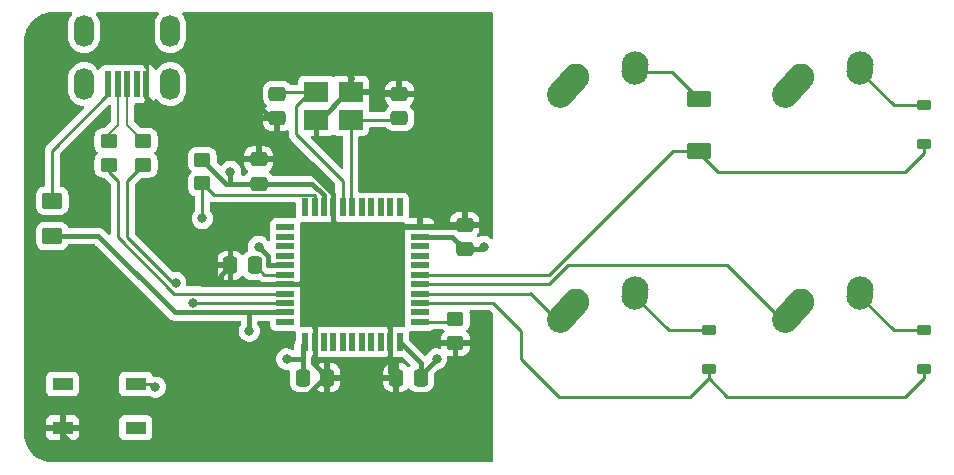
<source format=gbr>
%TF.GenerationSoftware,KiCad,Pcbnew,7.0.3*%
%TF.CreationDate,2023-05-18T14:52:35-04:00*%
%TF.ProjectId,ai03-pcb-guide,61693033-2d70-4636-922d-67756964652e,rev?*%
%TF.SameCoordinates,Original*%
%TF.FileFunction,Copper,L2,Bot*%
%TF.FilePolarity,Positive*%
%FSLAX46Y46*%
G04 Gerber Fmt 4.6, Leading zero omitted, Abs format (unit mm)*
G04 Created by KiCad (PCBNEW 7.0.3) date 2023-05-18 14:52:35*
%MOMM*%
%LPD*%
G01*
G04 APERTURE LIST*
G04 Aperture macros list*
%AMRoundRect*
0 Rectangle with rounded corners*
0 $1 Rounding radius*
0 $2 $3 $4 $5 $6 $7 $8 $9 X,Y pos of 4 corners*
0 Add a 4 corners polygon primitive as box body*
4,1,4,$2,$3,$4,$5,$6,$7,$8,$9,$2,$3,0*
0 Add four circle primitives for the rounded corners*
1,1,$1+$1,$2,$3*
1,1,$1+$1,$4,$5*
1,1,$1+$1,$6,$7*
1,1,$1+$1,$8,$9*
0 Add four rect primitives between the rounded corners*
20,1,$1+$1,$2,$3,$4,$5,0*
20,1,$1+$1,$4,$5,$6,$7,0*
20,1,$1+$1,$6,$7,$8,$9,0*
20,1,$1+$1,$8,$9,$2,$3,0*%
%AMHorizOval*
0 Thick line with rounded ends*
0 $1 width*
0 $2 $3 position (X,Y) of the first rounded end (center of the circle)*
0 $4 $5 position (X,Y) of the second rounded end (center of the circle)*
0 Add line between two ends*
20,1,$1,$2,$3,$4,$5,0*
0 Add two circle primitives to create the rounded ends*
1,1,$1,$2,$3*
1,1,$1,$4,$5*%
G04 Aperture macros list end*
%TA.AperFunction,SMDPad,CuDef*%
%ADD10RoundRect,0.250000X0.337500X0.475000X-0.337500X0.475000X-0.337500X-0.475000X0.337500X-0.475000X0*%
%TD*%
%TA.AperFunction,ComponentPad*%
%ADD11HorizOval,2.250000X0.655001X0.730000X-0.655001X-0.730000X0*%
%TD*%
%TA.AperFunction,ComponentPad*%
%ADD12C,2.250000*%
%TD*%
%TA.AperFunction,ComponentPad*%
%ADD13HorizOval,2.250000X0.020000X0.290000X-0.020000X-0.290000X0*%
%TD*%
%TA.AperFunction,SMDPad,CuDef*%
%ADD14RoundRect,0.250000X0.800000X-0.450000X0.800000X0.450000X-0.800000X0.450000X-0.800000X-0.450000X0*%
%TD*%
%TA.AperFunction,SMDPad,CuDef*%
%ADD15RoundRect,0.250000X0.475000X-0.337500X0.475000X0.337500X-0.475000X0.337500X-0.475000X-0.337500X0*%
%TD*%
%TA.AperFunction,SMDPad,CuDef*%
%ADD16RoundRect,0.250000X-0.450000X0.350000X-0.450000X-0.350000X0.450000X-0.350000X0.450000X0.350000X0*%
%TD*%
%TA.AperFunction,SMDPad,CuDef*%
%ADD17R,1.500000X0.550000*%
%TD*%
%TA.AperFunction,SMDPad,CuDef*%
%ADD18R,0.550000X1.500000*%
%TD*%
%TA.AperFunction,SMDPad,CuDef*%
%ADD19RoundRect,0.225000X0.375000X-0.225000X0.375000X0.225000X-0.375000X0.225000X-0.375000X-0.225000X0*%
%TD*%
%TA.AperFunction,SMDPad,CuDef*%
%ADD20RoundRect,0.250001X-0.624999X0.462499X-0.624999X-0.462499X0.624999X-0.462499X0.624999X0.462499X0*%
%TD*%
%TA.AperFunction,SMDPad,CuDef*%
%ADD21R,1.800000X1.100000*%
%TD*%
%TA.AperFunction,SMDPad,CuDef*%
%ADD22RoundRect,0.250000X-0.475000X0.337500X-0.475000X-0.337500X0.475000X-0.337500X0.475000X0.337500X0*%
%TD*%
%TA.AperFunction,SMDPad,CuDef*%
%ADD23R,2.100000X1.800000*%
%TD*%
%TA.AperFunction,SMDPad,CuDef*%
%ADD24RoundRect,0.250000X-0.337500X-0.475000X0.337500X-0.475000X0.337500X0.475000X-0.337500X0.475000X0*%
%TD*%
%TA.AperFunction,SMDPad,CuDef*%
%ADD25R,0.500000X2.250000*%
%TD*%
%TA.AperFunction,ComponentPad*%
%ADD26O,1.700000X2.700000*%
%TD*%
%TA.AperFunction,ViaPad*%
%ADD27C,0.800000*%
%TD*%
%TA.AperFunction,Conductor*%
%ADD28C,0.381000*%
%TD*%
%TA.AperFunction,Conductor*%
%ADD29C,0.254000*%
%TD*%
%TA.AperFunction,Conductor*%
%ADD30C,0.200000*%
%TD*%
G04 APERTURE END LIST*
D10*
%TO.P,C1,1*%
%TO.N,Net-(U2-UCAP)*%
X59225000Y-73818750D03*
%TO.P,C1,2*%
%TO.N,GND*%
X57150000Y-73818750D03*
%TD*%
D11*
%TO.P,MX1,1,COL*%
%TO.N,COL0*%
X85745001Y-58642500D03*
D12*
X86400000Y-57912500D03*
D13*
%TO.P,MX1,2,ROW*%
%TO.N,Net-(D1-A)*%
X91420000Y-57122500D03*
D12*
X91440000Y-56832500D03*
%TD*%
D11*
%TO.P,MX4,1,COL*%
%TO.N,COL1*%
X104795001Y-77692500D03*
D12*
X105450000Y-76962500D03*
D13*
%TO.P,MX4,2,ROW*%
%TO.N,Net-(D4-A)*%
X110470000Y-76172500D03*
D12*
X110490000Y-75882500D03*
%TD*%
D11*
%TO.P,MX3,1,COL*%
%TO.N,COL0*%
X85745001Y-77692500D03*
D12*
X86400000Y-76962500D03*
D13*
%TO.P,MX3,2,ROW*%
%TO.N,Net-(D3-A)*%
X91420000Y-76172500D03*
D12*
X91440000Y-75882500D03*
%TD*%
D11*
%TO.P,MX2,1,COL*%
%TO.N,COL1*%
X104795001Y-58642500D03*
D12*
X105450000Y-57912500D03*
D13*
%TO.P,MX2,2,ROW*%
%TO.N,Net-(D2-A)*%
X110470000Y-57122500D03*
D12*
X110490000Y-56832500D03*
%TD*%
D14*
%TO.P,D1,1,K*%
%TO.N,ROW0*%
X96837500Y-64112500D03*
%TO.P,D1,2,A*%
%TO.N,Net-(D1-A)*%
X96837500Y-59712500D03*
%TD*%
D15*
%TO.P,C3,1*%
%TO.N,+5V*%
X59531250Y-66918750D03*
%TO.P,C3,2*%
%TO.N,GND*%
X59531250Y-64843750D03*
%TD*%
%TO.P,C2,1*%
%TO.N,+5V*%
X76993750Y-72475000D03*
%TO.P,C2,2*%
%TO.N,GND*%
X76993750Y-70400000D03*
%TD*%
D16*
%TO.P,R2,1*%
%TO.N,D+*%
X46831250Y-63293750D03*
%TO.P,R2,2*%
%TO.N,Net-(U2-D+)*%
X46831250Y-65293750D03*
%TD*%
D17*
%TO.P,U2,1,PE6*%
%TO.N,unconnected-(U2-PE6-Pad1)*%
X61768750Y-78612500D03*
%TO.P,U2,2,UVCC*%
%TO.N,+5V*%
X61768750Y-77812500D03*
%TO.P,U2,3,D-*%
%TO.N,Net-(U2-D-)*%
X61768750Y-77012500D03*
%TO.P,U2,4,D+*%
%TO.N,Net-(U2-D+)*%
X61768750Y-76212500D03*
%TO.P,U2,5,UGND*%
%TO.N,GND*%
X61768750Y-75412500D03*
%TO.P,U2,6,UCAP*%
%TO.N,Net-(U2-UCAP)*%
X61768750Y-74612500D03*
%TO.P,U2,7,VBUS*%
%TO.N,+5V*%
X61768750Y-73812500D03*
%TO.P,U2,8,PB0*%
%TO.N,unconnected-(U2-PB0-Pad8)*%
X61768750Y-73012500D03*
%TO.P,U2,9,PB1*%
%TO.N,unconnected-(U2-PB1-Pad9)*%
X61768750Y-72212500D03*
%TO.P,U2,10,PB2*%
%TO.N,unconnected-(U2-PB2-Pad10)*%
X61768750Y-71412500D03*
%TO.P,U2,11,PB3*%
%TO.N,unconnected-(U2-PB3-Pad11)*%
X61768750Y-70612500D03*
D18*
%TO.P,U2,12,PB7*%
%TO.N,unconnected-(U2-PB7-Pad12)*%
X63468750Y-68912500D03*
%TO.P,U2,13,~{RESET}*%
%TO.N,Net-(U2-~{RESET})*%
X64268750Y-68912500D03*
%TO.P,U2,14,VCC*%
%TO.N,+5V*%
X65068750Y-68912500D03*
%TO.P,U2,15,GND*%
%TO.N,GND*%
X65868750Y-68912500D03*
%TO.P,U2,16,XTAL2*%
%TO.N,Net-(U2-XTAL2)*%
X66668750Y-68912500D03*
%TO.P,U2,17,XTAL1*%
%TO.N,Net-(U2-XTAL1)*%
X67468750Y-68912500D03*
%TO.P,U2,18,PD0*%
%TO.N,unconnected-(U2-PD0-Pad18)*%
X68268750Y-68912500D03*
%TO.P,U2,19,PD1*%
%TO.N,unconnected-(U2-PD1-Pad19)*%
X69068750Y-68912500D03*
%TO.P,U2,20,PD2*%
%TO.N,unconnected-(U2-PD2-Pad20)*%
X69868750Y-68912500D03*
%TO.P,U2,21,PD3*%
%TO.N,unconnected-(U2-PD3-Pad21)*%
X70668750Y-68912500D03*
%TO.P,U2,22,PD5*%
%TO.N,unconnected-(U2-PD5-Pad22)*%
X71468750Y-68912500D03*
D17*
%TO.P,U2,23,GND*%
%TO.N,GND*%
X73168750Y-70612500D03*
%TO.P,U2,24,AVCC*%
%TO.N,+5V*%
X73168750Y-71412500D03*
%TO.P,U2,25,PD4*%
%TO.N,unconnected-(U2-PD4-Pad25)*%
X73168750Y-72212500D03*
%TO.P,U2,26,PD6*%
%TO.N,unconnected-(U2-PD6-Pad26)*%
X73168750Y-73012500D03*
%TO.P,U2,27,PD7*%
%TO.N,unconnected-(U2-PD7-Pad27)*%
X73168750Y-73812500D03*
%TO.P,U2,28,PB4*%
%TO.N,ROW0*%
X73168750Y-74612500D03*
%TO.P,U2,29,PB5*%
%TO.N,COL1*%
X73168750Y-75412500D03*
%TO.P,U2,30,PB6*%
%TO.N,COL0*%
X73168750Y-76212500D03*
%TO.P,U2,31,PC6*%
%TO.N,ROW1*%
X73168750Y-77012500D03*
%TO.P,U2,32,PC7*%
%TO.N,unconnected-(U2-PC7-Pad32)*%
X73168750Y-77812500D03*
%TO.P,U2,33,~{HWB}/PE2*%
%TO.N,Net-(U2-~{HWB}{slash}PE2)*%
X73168750Y-78612500D03*
D18*
%TO.P,U2,34,VCC*%
%TO.N,+5V*%
X71468750Y-80312500D03*
%TO.P,U2,35,GND*%
%TO.N,GND*%
X70668750Y-80312500D03*
%TO.P,U2,36,PF7*%
%TO.N,unconnected-(U2-PF7-Pad36)*%
X69868750Y-80312500D03*
%TO.P,U2,37,PF6*%
%TO.N,unconnected-(U2-PF6-Pad37)*%
X69068750Y-80312500D03*
%TO.P,U2,38,PF5*%
%TO.N,unconnected-(U2-PF5-Pad38)*%
X68268750Y-80312500D03*
%TO.P,U2,39,PF4*%
%TO.N,unconnected-(U2-PF4-Pad39)*%
X67468750Y-80312500D03*
%TO.P,U2,40,PF1*%
%TO.N,unconnected-(U2-PF1-Pad40)*%
X66668750Y-80312500D03*
%TO.P,U2,41,PF0*%
%TO.N,unconnected-(U2-PF0-Pad41)*%
X65868750Y-80312500D03*
%TO.P,U2,42,AREF*%
%TO.N,unconnected-(U2-AREF-Pad42)*%
X65068750Y-80312500D03*
%TO.P,U2,43,GND*%
%TO.N,GND*%
X64268750Y-80312500D03*
%TO.P,U2,44,AVCC*%
%TO.N,+5V*%
X63468750Y-80312500D03*
%TD*%
D16*
%TO.P,R3,1*%
%TO.N,D-*%
X49781250Y-63293750D03*
%TO.P,R3,2*%
%TO.N,Net-(U2-D-)*%
X49781250Y-65293750D03*
%TD*%
%TO.P,R1,1*%
%TO.N,Net-(U2-~{HWB}{slash}PE2)*%
X76200000Y-78375000D03*
%TO.P,R1,2*%
%TO.N,GND*%
X76200000Y-80375000D03*
%TD*%
D19*
%TO.P,D4,1,K*%
%TO.N,ROW1*%
X115887500Y-82612500D03*
%TO.P,D4,2,A*%
%TO.N,Net-(D4-A)*%
X115887500Y-79312500D03*
%TD*%
D20*
%TO.P,F1,1*%
%TO.N,VCC*%
X42068750Y-68362500D03*
%TO.P,F1,2*%
%TO.N,+5V*%
X42068750Y-71337500D03*
%TD*%
D21*
%TO.P,SW1,1,1*%
%TO.N,GND*%
X42937500Y-87575000D03*
%TO.P,SW1,2,2*%
%TO.N,Net-(U2-~{RESET})*%
X49137500Y-83875000D03*
%TO.P,SW1,3*%
%TO.N,N/C*%
X42937500Y-83875000D03*
%TO.P,SW1,4*%
X49137500Y-87575000D03*
%TD*%
D15*
%TO.P,C7,1*%
%TO.N,GND*%
X61118750Y-61362500D03*
%TO.P,C7,2*%
%TO.N,Net-(U2-XTAL2)*%
X61118750Y-59287500D03*
%TD*%
D19*
%TO.P,D2,1,K*%
%TO.N,ROW0*%
X115887500Y-63562500D03*
%TO.P,D2,2,A*%
%TO.N,Net-(D2-A)*%
X115887500Y-60262500D03*
%TD*%
D22*
%TO.P,C6,1*%
%TO.N,GND*%
X71437500Y-59287500D03*
%TO.P,C6,2*%
%TO.N,Net-(U2-XTAL1)*%
X71437500Y-61362500D03*
%TD*%
D19*
%TO.P,D3,1,K*%
%TO.N,ROW1*%
X97631250Y-82612500D03*
%TO.P,D3,2,A*%
%TO.N,Net-(D3-A)*%
X97631250Y-79312500D03*
%TD*%
D23*
%TO.P,Y1,1,1*%
%TO.N,Net-(U2-XTAL1)*%
X67331250Y-61475000D03*
%TO.P,Y1,2,2*%
%TO.N,GND*%
X64431250Y-61475000D03*
%TO.P,Y1,3,3*%
%TO.N,Net-(U2-XTAL2)*%
X64431250Y-59175000D03*
%TO.P,Y1,4,4*%
%TO.N,GND*%
X67331250Y-59175000D03*
%TD*%
D24*
%TO.P,C5,1*%
%TO.N,+5V*%
X63256250Y-83343750D03*
%TO.P,C5,2*%
%TO.N,GND*%
X65331250Y-83343750D03*
%TD*%
D16*
%TO.P,R4,1*%
%TO.N,+5V*%
X54768750Y-64881250D03*
%TO.P,R4,2*%
%TO.N,Net-(U2-~{RESET})*%
X54768750Y-66881250D03*
%TD*%
D10*
%TO.P,C4,1*%
%TO.N,+5V*%
X73268750Y-83343750D03*
%TO.P,C4,2*%
%TO.N,GND*%
X71193750Y-83343750D03*
%TD*%
D25*
%TO.P,USB1,1,GND*%
%TO.N,GND*%
X50018750Y-58475000D03*
%TO.P,USB1,2,ID*%
%TO.N,unconnected-(USB1-ID-Pad2)*%
X49218750Y-58475000D03*
%TO.P,USB1,3,D+*%
%TO.N,D-*%
X48418750Y-58475000D03*
%TO.P,USB1,4,D-*%
%TO.N,D+*%
X47618750Y-58475000D03*
%TO.P,USB1,5,VBUS*%
%TO.N,VCC*%
X46818750Y-58475000D03*
D26*
%TO.P,USB1,6,SHIELD*%
%TO.N,unconnected-(USB1-SHIELD-Pad6)*%
X52068750Y-53975000D03*
X44768750Y-53975000D03*
X52068750Y-58475000D03*
X44768750Y-58475000D03*
%TD*%
D27*
%TO.N,Net-(U2-~{RESET})*%
X54768750Y-69850000D03*
%TO.N,+5V*%
X61912500Y-81756250D03*
X57150000Y-65881250D03*
X74612500Y-81756250D03*
X58737500Y-79375000D03*
X78581250Y-72231250D03*
X59531250Y-72231250D03*
%TO.N,Net-(U2-D-)*%
X53975000Y-76993750D03*
X52504339Y-75289411D03*
%TO.N,Net-(U2-~{RESET})*%
X50800000Y-84137500D03*
%TD*%
D28*
%TO.N,GND*%
X56356250Y-75412500D02*
X56356250Y-74612500D01*
X56356250Y-74612500D02*
X57150000Y-73818750D01*
D29*
%TO.N,Net-(U2-UCAP)*%
X61768750Y-74612500D02*
X60018750Y-74612500D01*
X60018750Y-74612500D02*
X59225000Y-73818750D01*
%TO.N,Net-(U2-~{RESET})*%
X54768750Y-66881250D02*
X54768750Y-69850000D01*
D28*
%TO.N,GND*%
X70668750Y-82818750D02*
X70668750Y-80312500D01*
X62137250Y-64050000D02*
X65868750Y-67781500D01*
X64293750Y-76200000D02*
X63506250Y-75412500D01*
X59531250Y-57943750D02*
X59531250Y-60325000D01*
X59531250Y-60325000D02*
X60568750Y-61362500D01*
X66675000Y-57150000D02*
X60325000Y-57150000D01*
X69881250Y-70612500D02*
X73168750Y-70612500D01*
X56356250Y-75412500D02*
X57943750Y-75412500D01*
X67262750Y-71437500D02*
X65868750Y-70043500D01*
X72231250Y-85725000D02*
X71193750Y-84687500D01*
X71193750Y-83343750D02*
X70668750Y-82818750D01*
X59531250Y-88900000D02*
X65087500Y-83343750D01*
X73025000Y-85725000D02*
X72231250Y-85725000D01*
X67331250Y-58081250D02*
X67468750Y-57943750D01*
X67031250Y-59175000D02*
X67331250Y-59175000D01*
X61118750Y-63031500D02*
X64131125Y-66043875D01*
X76781250Y-70612500D02*
X73168750Y-70612500D01*
X64731250Y-61475000D02*
X67031250Y-59175000D01*
X63968500Y-65881250D02*
X64131125Y-66043875D01*
X61912500Y-65881250D02*
X63968500Y-65881250D01*
X76200000Y-80375000D02*
X76200000Y-82550000D01*
X64131125Y-66043875D02*
X65868750Y-67781500D01*
X50018750Y-58475000D02*
X50018750Y-59518750D01*
X69056250Y-71437500D02*
X69881250Y-70612500D01*
X65868750Y-67781500D02*
X65868750Y-68912500D01*
X64431250Y-61475000D02*
X64731250Y-61475000D01*
X59531250Y-64843750D02*
X60875000Y-64843750D01*
X69056250Y-71437500D02*
X67262750Y-71437500D01*
X51593750Y-72231250D02*
X54775000Y-75412500D01*
X65868750Y-70043500D02*
X65868750Y-68912500D01*
X51593750Y-61118750D02*
X51593750Y-72231250D01*
X64268750Y-76225000D02*
X64293750Y-76200000D01*
X76200000Y-82550000D02*
X73025000Y-85725000D01*
X60325000Y-57150000D02*
X59531250Y-57943750D01*
X50006250Y-59531250D02*
X51593750Y-61118750D01*
X71193750Y-84687500D02*
X71193750Y-83343750D01*
X42937500Y-87387500D02*
X42862500Y-87312500D01*
X67331250Y-59175000D02*
X67331250Y-58081250D01*
X70668750Y-77812500D02*
X69056250Y-76200000D01*
X71325000Y-59175000D02*
X67331250Y-59175000D01*
X54775000Y-75412500D02*
X56356250Y-75412500D01*
X61118750Y-61362500D02*
X61118750Y-63031500D01*
X63506250Y-75412500D02*
X61768750Y-75412500D01*
X42862500Y-87312500D02*
X42862500Y-88106250D01*
X69056250Y-76200000D02*
X64293750Y-76200000D01*
X69056250Y-76200000D02*
X69056250Y-71437500D01*
X76993750Y-70400000D02*
X76781250Y-70612500D01*
X64268750Y-82281250D02*
X64268750Y-80312500D01*
X42937500Y-87575000D02*
X42937500Y-87387500D01*
X60568750Y-61362500D02*
X61118750Y-61362500D01*
X42862500Y-88106250D02*
X43656250Y-88900000D01*
X43656250Y-88900000D02*
X59531250Y-88900000D01*
X67468750Y-57943750D02*
X66675000Y-57150000D01*
X71437500Y-59287500D02*
X71325000Y-59175000D01*
X70668750Y-80312500D02*
X70668750Y-77812500D01*
X64318750Y-61362500D02*
X64431250Y-61475000D01*
X65331250Y-83343750D02*
X64268750Y-82281250D01*
X60875000Y-64843750D02*
X61912500Y-65881250D01*
X65087500Y-83343750D02*
X65331250Y-83343750D01*
X57943750Y-75412500D02*
X61768750Y-75412500D01*
X50018750Y-59518750D02*
X50006250Y-59531250D01*
X64268750Y-80312500D02*
X64268750Y-76225000D01*
%TO.N,+5V*%
X45937500Y-71337500D02*
X52412500Y-77812500D01*
X63256250Y-81756250D02*
X61912500Y-81756250D01*
X76993750Y-72475000D02*
X75931250Y-71412500D01*
X73268750Y-83100000D02*
X74612500Y-81756250D01*
X73268750Y-83343750D02*
X73268750Y-83100000D01*
X63256250Y-80525000D02*
X63468750Y-80312500D01*
X75931250Y-71412500D02*
X73168750Y-71412500D01*
X65068750Y-67906500D02*
X65068750Y-68912500D01*
X57150000Y-66918750D02*
X59531250Y-66918750D01*
X63256250Y-83343750D02*
X63256250Y-81756250D01*
X54768750Y-64881250D02*
X56806250Y-66918750D01*
X61768750Y-73812500D02*
X60331250Y-73812500D01*
X63256250Y-81756250D02*
X63256250Y-80525000D01*
X73268750Y-82112500D02*
X71468750Y-80312500D01*
X42068750Y-71337500D02*
X45937500Y-71337500D01*
X60325000Y-73025000D02*
X59531250Y-72231250D01*
X59531250Y-66918750D02*
X64081000Y-66918750D01*
X58737500Y-77812500D02*
X61768750Y-77812500D01*
X64081000Y-66918750D02*
X65068750Y-67906500D01*
X73268750Y-83343750D02*
X73268750Y-82112500D01*
X57150000Y-66918750D02*
X57150000Y-65881250D01*
X76993750Y-72475000D02*
X78337500Y-72475000D01*
X60325000Y-73818750D02*
X60331250Y-73812500D01*
X52412500Y-77812500D02*
X58737500Y-77812500D01*
X58737500Y-77812500D02*
X58737500Y-79375000D01*
X56806250Y-66918750D02*
X57150000Y-66918750D01*
X78337500Y-72475000D02*
X78581250Y-72231250D01*
X60325000Y-73818750D02*
X60325000Y-73025000D01*
D29*
%TO.N,Net-(U2-XTAL1)*%
X71437500Y-61362500D02*
X71325000Y-61475000D01*
X67331250Y-61475000D02*
X67331250Y-68775000D01*
X71325000Y-61475000D02*
X67331250Y-61475000D01*
X67331250Y-68775000D02*
X67468750Y-68912500D01*
%TO.N,Net-(U2-XTAL2)*%
X62706250Y-62706250D02*
X66668750Y-66668750D01*
X64431250Y-59175000D02*
X63856250Y-59175000D01*
X61118750Y-59287500D02*
X61231250Y-59175000D01*
X61231250Y-59175000D02*
X64431250Y-59175000D01*
X63856250Y-59175000D02*
X62706250Y-60325000D01*
X66668750Y-66668750D02*
X66668750Y-68912500D01*
X62706250Y-60325000D02*
X62706250Y-62706250D01*
%TO.N,ROW0*%
X84137500Y-74612500D02*
X73168750Y-74612500D01*
X96837500Y-64112500D02*
X94637500Y-64112500D01*
X115887500Y-64293750D02*
X115887500Y-63562500D01*
X98425000Y-65881250D02*
X114300000Y-65881250D01*
X94637500Y-64112500D02*
X84137500Y-74612500D01*
X114300000Y-65881250D02*
X115887500Y-64293750D01*
X96837500Y-64112500D02*
X96837500Y-64293750D01*
X96837500Y-64293750D02*
X98425000Y-65881250D01*
%TO.N,Net-(D1-A)*%
X94537500Y-57412500D02*
X91400000Y-57412500D01*
X96837500Y-59712500D02*
X94537500Y-57412500D01*
%TO.N,Net-(D2-A)*%
X113300000Y-60262500D02*
X110450000Y-57412500D01*
X115887500Y-60262500D02*
X113300000Y-60262500D01*
%TO.N,ROW1*%
X81756250Y-79375000D02*
X79375000Y-76993750D01*
X81756250Y-81756250D02*
X81756250Y-79375000D01*
X97631250Y-83343750D02*
X96043750Y-84931250D01*
X96043750Y-84931250D02*
X84931250Y-84931250D01*
X115887500Y-83343750D02*
X115887500Y-82612500D01*
X79375000Y-76993750D02*
X79356250Y-77012500D01*
X99218750Y-84931250D02*
X114300000Y-84931250D01*
X97631250Y-83343750D02*
X99218750Y-84931250D01*
X97631250Y-82612500D02*
X97631250Y-83343750D01*
X79356250Y-77012500D02*
X73168750Y-77012500D01*
X84931250Y-84931250D02*
X81756250Y-81756250D01*
X114300000Y-84931250D02*
X115887500Y-83343750D01*
%TO.N,Net-(D3-A)*%
X97631250Y-79312500D02*
X94250000Y-79312500D01*
X94250000Y-79312500D02*
X91400000Y-76462500D01*
%TO.N,Net-(D4-A)*%
X115887500Y-79312500D02*
X113300000Y-79312500D01*
X113300000Y-79312500D02*
X110450000Y-76462500D01*
%TO.N,VCC*%
X46818750Y-58475000D02*
X46818750Y-59350000D01*
X42068750Y-64100000D02*
X42068750Y-68362500D01*
X46818750Y-59350000D02*
X42068750Y-64100000D01*
%TO.N,COL0*%
X84772500Y-78422500D02*
X82550000Y-76200000D01*
X82550000Y-76200000D02*
X82537500Y-76212500D01*
X85090000Y-78422500D02*
X84772500Y-78422500D01*
X82537500Y-76212500D02*
X73168750Y-76212500D01*
%TO.N,COL1*%
X99218750Y-73818750D02*
X85725000Y-73818750D01*
X84131250Y-75412500D02*
X73168750Y-75412500D01*
X104140000Y-78422500D02*
X103822500Y-78422500D01*
X103822500Y-78422500D02*
X99218750Y-73818750D01*
X85725000Y-73818750D02*
X84131250Y-75412500D01*
%TO.N,Net-(U2-~{HWB}{slash}PE2)*%
X76200000Y-78375000D02*
X75962500Y-78612500D01*
X75962500Y-78612500D02*
X73168750Y-78612500D01*
D30*
%TO.N,D+*%
X47618750Y-58475000D02*
X47618750Y-61906250D01*
X46831250Y-62706250D02*
X46831250Y-63293750D01*
X47618750Y-61906250D02*
X47625000Y-61912500D01*
X47625000Y-61912500D02*
X46831250Y-62706250D01*
D29*
%TO.N,Net-(U2-D+)*%
X52445420Y-76212500D02*
X61768750Y-76212500D01*
X46831250Y-65881250D02*
X47625000Y-66675000D01*
X52377134Y-76235366D02*
X52377134Y-76280786D01*
X47625000Y-66675000D02*
X47625000Y-71437500D01*
X47625000Y-71437500D02*
X52400000Y-76212500D01*
X52400000Y-76212500D02*
X52377134Y-76235366D01*
X52377134Y-76280786D02*
X52445420Y-76212500D01*
X46831250Y-65293750D02*
X46831250Y-65881250D01*
D30*
%TO.N,D-*%
X48418750Y-61931250D02*
X49781250Y-63293750D01*
X48418750Y-58475000D02*
X48418750Y-61931250D01*
D29*
%TO.N,Net-(U2-D-)*%
X53993750Y-77012500D02*
X53975000Y-76993750D01*
X52387500Y-75406250D02*
X52504339Y-75289411D01*
X48418750Y-71437500D02*
X52387500Y-75406250D01*
X48418750Y-66675000D02*
X48418750Y-71437500D01*
X49781250Y-65293750D02*
X49781250Y-65312500D01*
X61768750Y-77012500D02*
X53993750Y-77012500D01*
X49781250Y-65312500D02*
X48418750Y-66675000D01*
%TO.N,Net-(U2-~{RESET})*%
X64268750Y-68912500D02*
X64268750Y-67908500D01*
X64195750Y-67835500D02*
X55723000Y-67835500D01*
X49137500Y-83875000D02*
X50537500Y-83875000D01*
X55723000Y-67835500D02*
X54768750Y-66881250D01*
X64268750Y-67908500D02*
X64195750Y-67835500D01*
X50537500Y-83875000D02*
X50800000Y-84137500D01*
%TD*%
%TA.AperFunction,Conductor*%
%TO.N,GND*%
G36*
X43713530Y-52407685D02*
G01*
X43759285Y-52460489D01*
X43769229Y-52529647D01*
X43740204Y-52593203D01*
X43734172Y-52599681D01*
X43730255Y-52603597D01*
X43594715Y-52797169D01*
X43594714Y-52797171D01*
X43494848Y-53011335D01*
X43494844Y-53011344D01*
X43433688Y-53239586D01*
X43433686Y-53239596D01*
X43418250Y-53416032D01*
X43418250Y-54533967D01*
X43433686Y-54710403D01*
X43433688Y-54710413D01*
X43494844Y-54938655D01*
X43494846Y-54938659D01*
X43494847Y-54938663D01*
X43544781Y-55045745D01*
X43594714Y-55152828D01*
X43594715Y-55152830D01*
X43730255Y-55346402D01*
X43897346Y-55513492D01*
X43897349Y-55513495D01*
X43994134Y-55581264D01*
X44090915Y-55649032D01*
X44090917Y-55649033D01*
X44090920Y-55649035D01*
X44305087Y-55748903D01*
X44533342Y-55810063D01*
X44721668Y-55826539D01*
X44768749Y-55830659D01*
X44768750Y-55830659D01*
X44768751Y-55830659D01*
X44807984Y-55827226D01*
X45004158Y-55810063D01*
X45232413Y-55748903D01*
X45446579Y-55649035D01*
X45640151Y-55513495D01*
X45807245Y-55346401D01*
X45942785Y-55152829D01*
X46042653Y-54938663D01*
X46103813Y-54710408D01*
X46119250Y-54533966D01*
X46119250Y-53416034D01*
X46103813Y-53239592D01*
X46042653Y-53011337D01*
X45942785Y-52797171D01*
X45916260Y-52759288D01*
X45807244Y-52603597D01*
X45803328Y-52599681D01*
X45769843Y-52538358D01*
X45774827Y-52468666D01*
X45816699Y-52412733D01*
X45882163Y-52388316D01*
X45891009Y-52388000D01*
X50946491Y-52388000D01*
X51013530Y-52407685D01*
X51059285Y-52460489D01*
X51069229Y-52529647D01*
X51040204Y-52593203D01*
X51034172Y-52599681D01*
X51030255Y-52603597D01*
X50894715Y-52797169D01*
X50894714Y-52797171D01*
X50794848Y-53011335D01*
X50794844Y-53011344D01*
X50733688Y-53239586D01*
X50733686Y-53239596D01*
X50718250Y-53416032D01*
X50718250Y-54533967D01*
X50733686Y-54710403D01*
X50733688Y-54710413D01*
X50794844Y-54938655D01*
X50794846Y-54938659D01*
X50794847Y-54938663D01*
X50844781Y-55045746D01*
X50894714Y-55152828D01*
X50894715Y-55152830D01*
X51030255Y-55346402D01*
X51197346Y-55513493D01*
X51197349Y-55513495D01*
X51294134Y-55581265D01*
X51390915Y-55649032D01*
X51390917Y-55649033D01*
X51390920Y-55649035D01*
X51605087Y-55748903D01*
X51833342Y-55810063D01*
X52021668Y-55826539D01*
X52068749Y-55830659D01*
X52068750Y-55830659D01*
X52068751Y-55830659D01*
X52107984Y-55827226D01*
X52304158Y-55810063D01*
X52532413Y-55748903D01*
X52746579Y-55649035D01*
X52940151Y-55513495D01*
X53107245Y-55346401D01*
X53242785Y-55152829D01*
X53342653Y-54938663D01*
X53403813Y-54710408D01*
X53419250Y-54533966D01*
X53419250Y-53416034D01*
X53403813Y-53239592D01*
X53342653Y-53011337D01*
X53242785Y-52797171D01*
X53216260Y-52759288D01*
X53107244Y-52603597D01*
X53103328Y-52599681D01*
X53069843Y-52538358D01*
X53074827Y-52468666D01*
X53116699Y-52412733D01*
X53182163Y-52388316D01*
X53191009Y-52388000D01*
X79251000Y-52388000D01*
X79318039Y-52407685D01*
X79363794Y-52460489D01*
X79375000Y-52512000D01*
X79375000Y-71451500D01*
X79355315Y-71518539D01*
X79302511Y-71564294D01*
X79233353Y-71574238D01*
X79178115Y-71551818D01*
X79033984Y-71447101D01*
X79033979Y-71447098D01*
X78861057Y-71370107D01*
X78861052Y-71370105D01*
X78715251Y-71339115D01*
X78675896Y-71330750D01*
X78486604Y-71330750D01*
X78436625Y-71341373D01*
X78301449Y-71370105D01*
X78183262Y-71422726D01*
X78114012Y-71432010D01*
X78050735Y-71402382D01*
X78013522Y-71343247D01*
X78014187Y-71273380D01*
X78045147Y-71221763D01*
X78061066Y-71205844D01*
X78153106Y-71056624D01*
X78153108Y-71056619D01*
X78208255Y-70890197D01*
X78208256Y-70890190D01*
X78218749Y-70787486D01*
X78218750Y-70787473D01*
X78218750Y-70650000D01*
X75768751Y-70650000D01*
X75733570Y-70685181D01*
X75672247Y-70718666D01*
X75645889Y-70721500D01*
X74239484Y-70721500D01*
X74172445Y-70701815D01*
X74165175Y-70696768D01*
X74161084Y-70693705D01*
X74161078Y-70693702D01*
X74026232Y-70643408D01*
X74026233Y-70643408D01*
X73966633Y-70637001D01*
X73966631Y-70637000D01*
X73966623Y-70637000D01*
X73966614Y-70637000D01*
X72370879Y-70637000D01*
X72370873Y-70637001D01*
X72311266Y-70643408D01*
X72176421Y-70693702D01*
X72176414Y-70693706D01*
X72061206Y-70779952D01*
X72061205Y-70779953D01*
X72061204Y-70779954D01*
X72036606Y-70812812D01*
X71980674Y-70854682D01*
X71937341Y-70862500D01*
X71918750Y-70862500D01*
X71918750Y-70935344D01*
X71925369Y-70996898D01*
X71925370Y-71023409D01*
X71924659Y-71030014D01*
X71924659Y-71030017D01*
X71918250Y-71089627D01*
X71918250Y-71089633D01*
X71918250Y-71089635D01*
X71918250Y-71735370D01*
X71918251Y-71735379D01*
X71925117Y-71799251D01*
X71925117Y-71825757D01*
X71924659Y-71830016D01*
X71924659Y-71830017D01*
X71918250Y-71889627D01*
X71918250Y-71889629D01*
X71918250Y-71889633D01*
X71918250Y-72535370D01*
X71918251Y-72535379D01*
X71925117Y-72599251D01*
X71925117Y-72625757D01*
X71924659Y-72630016D01*
X71924659Y-72630017D01*
X71918250Y-72689627D01*
X71918250Y-72689629D01*
X71918250Y-72689633D01*
X71918250Y-73335370D01*
X71918251Y-73335379D01*
X71925117Y-73399251D01*
X71925117Y-73425757D01*
X71924659Y-73430016D01*
X71924659Y-73430017D01*
X71918250Y-73489627D01*
X71918250Y-73489629D01*
X71918250Y-73489633D01*
X71918250Y-74135370D01*
X71918251Y-74135379D01*
X71925117Y-74199251D01*
X71925117Y-74225757D01*
X71924659Y-74230016D01*
X71924659Y-74230017D01*
X71918250Y-74289627D01*
X71918250Y-74289629D01*
X71918250Y-74289633D01*
X71918250Y-74935370D01*
X71918251Y-74935379D01*
X71925117Y-74999251D01*
X71925117Y-75025757D01*
X71924659Y-75030016D01*
X71924659Y-75030017D01*
X71918250Y-75089627D01*
X71918250Y-75089632D01*
X71918250Y-75089633D01*
X71918250Y-75735370D01*
X71918251Y-75735379D01*
X71925117Y-75799251D01*
X71925117Y-75825757D01*
X71924659Y-75830016D01*
X71924659Y-75830017D01*
X71918250Y-75889627D01*
X71918250Y-75889629D01*
X71918250Y-75889633D01*
X71918250Y-76535370D01*
X71918251Y-76535379D01*
X71925117Y-76599251D01*
X71925117Y-76625757D01*
X71924659Y-76630016D01*
X71924659Y-76630017D01*
X71918250Y-76689627D01*
X71918250Y-76689629D01*
X71918250Y-76689633D01*
X71918250Y-77335370D01*
X71918251Y-77335379D01*
X71925117Y-77399251D01*
X71925117Y-77425757D01*
X71924659Y-77430016D01*
X71924659Y-77430017D01*
X71918250Y-77489627D01*
X71918250Y-77489629D01*
X71918250Y-77489633D01*
X71918250Y-78135370D01*
X71918251Y-78135379D01*
X71925117Y-78199251D01*
X71925117Y-78225757D01*
X71924659Y-78230016D01*
X71924659Y-78230017D01*
X71918250Y-78289627D01*
X71918250Y-78289629D01*
X71918250Y-78289633D01*
X71918250Y-78938000D01*
X71898565Y-79005039D01*
X71845761Y-79050794D01*
X71794250Y-79062000D01*
X71145879Y-79062000D01*
X71145875Y-79062001D01*
X71097910Y-79067157D01*
X71086267Y-79068409D01*
X71086266Y-79068409D01*
X71079654Y-79069120D01*
X71053143Y-79069119D01*
X70991592Y-79062500D01*
X70918750Y-79062500D01*
X70918750Y-79081090D01*
X70899065Y-79148129D01*
X70869063Y-79180355D01*
X70852109Y-79193047D01*
X70836201Y-79204956D01*
X70768016Y-79296040D01*
X70712082Y-79337911D01*
X70642391Y-79342895D01*
X70581068Y-79309409D01*
X70569484Y-79296040D01*
X70501298Y-79204956D01*
X70501296Y-79204955D01*
X70501296Y-79204954D01*
X70468436Y-79180355D01*
X70426567Y-79124421D01*
X70418750Y-79081090D01*
X70418750Y-79062500D01*
X70345916Y-79062500D01*
X70284345Y-79069119D01*
X70257838Y-79069119D01*
X70248568Y-79068122D01*
X70191623Y-79062000D01*
X70191615Y-79062000D01*
X69545879Y-79062000D01*
X69545870Y-79062001D01*
X69481998Y-79068867D01*
X69455492Y-79068867D01*
X69451233Y-79068409D01*
X69391623Y-79062000D01*
X69391614Y-79062000D01*
X68745879Y-79062000D01*
X68745870Y-79062001D01*
X68681998Y-79068867D01*
X68655492Y-79068867D01*
X68651233Y-79068409D01*
X68591623Y-79062000D01*
X68591614Y-79062000D01*
X67945879Y-79062000D01*
X67945870Y-79062001D01*
X67881998Y-79068867D01*
X67855492Y-79068867D01*
X67851233Y-79068409D01*
X67791623Y-79062000D01*
X67791614Y-79062000D01*
X67145879Y-79062000D01*
X67145870Y-79062001D01*
X67081998Y-79068867D01*
X67055492Y-79068867D01*
X67051233Y-79068409D01*
X66991623Y-79062000D01*
X66991614Y-79062000D01*
X66345879Y-79062000D01*
X66345870Y-79062001D01*
X66281998Y-79068867D01*
X66255492Y-79068867D01*
X66251233Y-79068409D01*
X66191623Y-79062000D01*
X66191614Y-79062000D01*
X65545879Y-79062000D01*
X65545870Y-79062001D01*
X65481998Y-79068867D01*
X65455492Y-79068867D01*
X65451233Y-79068409D01*
X65391623Y-79062000D01*
X65391614Y-79062000D01*
X64745879Y-79062000D01*
X64745875Y-79062001D01*
X64697910Y-79067157D01*
X64686267Y-79068409D01*
X64686266Y-79068409D01*
X64679654Y-79069120D01*
X64653143Y-79069119D01*
X64591592Y-79062500D01*
X64518750Y-79062500D01*
X64518750Y-79081090D01*
X64499065Y-79148129D01*
X64469063Y-79180355D01*
X64452109Y-79193047D01*
X64436201Y-79204956D01*
X64368016Y-79296040D01*
X64312082Y-79337911D01*
X64242391Y-79342895D01*
X64181068Y-79309409D01*
X64169483Y-79296040D01*
X64146047Y-79264734D01*
X64101297Y-79204956D01*
X64101298Y-79204956D01*
X64101296Y-79204955D01*
X64101296Y-79204954D01*
X64068435Y-79180354D01*
X64026568Y-79124425D01*
X64018749Y-79081087D01*
X64018750Y-79062500D01*
X63945916Y-79062500D01*
X63884345Y-79069119D01*
X63857838Y-79069119D01*
X63846029Y-79067849D01*
X63791623Y-79062000D01*
X63791617Y-79062000D01*
X63143249Y-79062000D01*
X63076210Y-79042315D01*
X63030455Y-78989511D01*
X63019249Y-78938000D01*
X63019249Y-78935382D01*
X63019250Y-78935373D01*
X63019249Y-78289628D01*
X63012841Y-78230017D01*
X63012839Y-78230013D01*
X63012382Y-78225755D01*
X63012382Y-78199245D01*
X63012839Y-78194986D01*
X63012841Y-78194983D01*
X63019250Y-78135373D01*
X63019249Y-77489628D01*
X63012841Y-77430017D01*
X63012839Y-77430013D01*
X63012382Y-77425755D01*
X63012382Y-77399245D01*
X63012839Y-77394986D01*
X63012841Y-77394983D01*
X63019250Y-77335373D01*
X63019249Y-76689628D01*
X63012841Y-76630017D01*
X63012839Y-76630013D01*
X63012382Y-76625755D01*
X63012382Y-76599245D01*
X63012839Y-76594986D01*
X63012841Y-76594983D01*
X63019250Y-76535373D01*
X63019249Y-75889628D01*
X63012841Y-75830017D01*
X63012840Y-75830016D01*
X63012130Y-75823404D01*
X63012131Y-75796893D01*
X63018749Y-75735342D01*
X63018750Y-75735327D01*
X63018750Y-75662500D01*
X63000159Y-75662500D01*
X62933120Y-75642815D01*
X62900894Y-75612813D01*
X62876296Y-75579954D01*
X62785207Y-75511765D01*
X62743338Y-75455833D01*
X62738354Y-75386141D01*
X62771839Y-75324818D01*
X62785202Y-75313238D01*
X62876296Y-75245046D01*
X62900893Y-75212187D01*
X62956826Y-75170318D01*
X63000159Y-75162500D01*
X63018750Y-75162500D01*
X63018750Y-75089672D01*
X63018749Y-75089660D01*
X63012130Y-75028104D01*
X63012130Y-75001590D01*
X63012840Y-74994985D01*
X63012841Y-74994983D01*
X63019250Y-74935373D01*
X63019249Y-74289628D01*
X63012841Y-74230017D01*
X63012839Y-74230013D01*
X63012382Y-74225755D01*
X63012382Y-74199245D01*
X63012839Y-74194986D01*
X63012841Y-74194983D01*
X63019250Y-74135373D01*
X63019249Y-73489628D01*
X63012841Y-73430017D01*
X63012839Y-73430013D01*
X63012382Y-73425755D01*
X63012382Y-73399245D01*
X63012839Y-73394986D01*
X63012841Y-73394983D01*
X63019250Y-73335373D01*
X63019249Y-72689628D01*
X63012841Y-72630017D01*
X63012839Y-72630013D01*
X63012382Y-72625755D01*
X63012382Y-72599245D01*
X63012839Y-72594986D01*
X63012841Y-72594983D01*
X63019250Y-72535373D01*
X63019249Y-71889628D01*
X63012841Y-71830017D01*
X63012839Y-71830013D01*
X63012382Y-71825755D01*
X63012382Y-71799245D01*
X63012839Y-71794986D01*
X63012841Y-71794983D01*
X63019250Y-71735373D01*
X63019249Y-71089628D01*
X63012841Y-71030017D01*
X63012839Y-71030013D01*
X63012382Y-71025755D01*
X63012382Y-70999245D01*
X63012839Y-70994986D01*
X63012841Y-70994983D01*
X63019250Y-70935373D01*
X63019249Y-70289628D01*
X63019249Y-70289627D01*
X63019249Y-70286999D01*
X63038933Y-70219960D01*
X63091737Y-70174205D01*
X63143249Y-70162999D01*
X63145868Y-70162999D01*
X63145877Y-70163000D01*
X63791622Y-70162999D01*
X63851233Y-70156591D01*
X63851237Y-70156589D01*
X63855493Y-70156132D01*
X63882003Y-70156132D01*
X63886264Y-70156590D01*
X63886267Y-70156591D01*
X63945877Y-70163000D01*
X64591622Y-70162999D01*
X64651233Y-70156591D01*
X64651237Y-70156589D01*
X64655493Y-70156132D01*
X64682003Y-70156132D01*
X64686264Y-70156590D01*
X64686267Y-70156591D01*
X64745877Y-70163000D01*
X65391622Y-70162999D01*
X65451233Y-70156591D01*
X65451233Y-70156590D01*
X65457846Y-70155880D01*
X65484357Y-70155881D01*
X65545907Y-70162499D01*
X65545922Y-70162500D01*
X65618750Y-70162500D01*
X65618749Y-70162499D01*
X65618749Y-70143913D01*
X65638432Y-70076873D01*
X65668437Y-70044644D01*
X65701296Y-70020046D01*
X65769484Y-69928957D01*
X65825417Y-69887088D01*
X65895108Y-69882104D01*
X65956431Y-69915589D01*
X65968011Y-69928952D01*
X66006190Y-69979952D01*
X66036204Y-70020046D01*
X66069060Y-70044642D01*
X66110931Y-70100576D01*
X66118749Y-70143907D01*
X66118749Y-70162499D01*
X66118750Y-70162500D01*
X66191578Y-70162500D01*
X66191589Y-70162499D01*
X66253145Y-70155880D01*
X66279659Y-70155880D01*
X66286264Y-70156590D01*
X66286267Y-70156591D01*
X66345877Y-70163000D01*
X66991622Y-70162999D01*
X67051233Y-70156591D01*
X67051237Y-70156589D01*
X67055493Y-70156132D01*
X67082003Y-70156132D01*
X67086264Y-70156590D01*
X67086267Y-70156591D01*
X67145877Y-70163000D01*
X67791622Y-70162999D01*
X67851233Y-70156591D01*
X67851237Y-70156589D01*
X67855493Y-70156132D01*
X67882003Y-70156132D01*
X67886264Y-70156590D01*
X67886267Y-70156591D01*
X67945877Y-70163000D01*
X68591622Y-70162999D01*
X68651233Y-70156591D01*
X68651237Y-70156589D01*
X68655493Y-70156132D01*
X68682003Y-70156132D01*
X68686264Y-70156590D01*
X68686267Y-70156591D01*
X68745877Y-70163000D01*
X69391622Y-70162999D01*
X69451233Y-70156591D01*
X69451237Y-70156589D01*
X69455493Y-70156132D01*
X69482003Y-70156132D01*
X69486264Y-70156590D01*
X69486267Y-70156591D01*
X69545877Y-70163000D01*
X70191622Y-70162999D01*
X70251233Y-70156591D01*
X70251237Y-70156589D01*
X70255493Y-70156132D01*
X70282003Y-70156132D01*
X70286264Y-70156590D01*
X70286267Y-70156591D01*
X70345877Y-70163000D01*
X70991622Y-70162999D01*
X71051233Y-70156591D01*
X71051237Y-70156589D01*
X71055493Y-70156132D01*
X71082003Y-70156132D01*
X71086264Y-70156590D01*
X71086267Y-70156591D01*
X71145877Y-70163000D01*
X71791622Y-70162999D01*
X71794750Y-70162999D01*
X71861789Y-70182683D01*
X71907544Y-70235487D01*
X71918750Y-70286999D01*
X71918750Y-70362500D01*
X72918750Y-70362500D01*
X72918750Y-69837500D01*
X73418750Y-69837500D01*
X73418750Y-70362500D01*
X74418750Y-70362500D01*
X74418750Y-70289672D01*
X74418749Y-70289655D01*
X74412348Y-70230127D01*
X74412346Y-70230120D01*
X74382463Y-70150000D01*
X75768750Y-70150000D01*
X76743750Y-70150000D01*
X76743750Y-69312500D01*
X77243750Y-69312500D01*
X77243750Y-70150000D01*
X78218749Y-70150000D01*
X78218749Y-70012528D01*
X78218748Y-70012513D01*
X78208255Y-69909802D01*
X78153108Y-69743380D01*
X78153106Y-69743375D01*
X78061065Y-69594154D01*
X77937095Y-69470184D01*
X77787874Y-69378143D01*
X77787869Y-69378141D01*
X77621447Y-69322994D01*
X77621440Y-69322993D01*
X77518736Y-69312500D01*
X77243750Y-69312500D01*
X76743750Y-69312500D01*
X76468779Y-69312500D01*
X76468762Y-69312501D01*
X76366052Y-69322994D01*
X76199630Y-69378141D01*
X76199625Y-69378143D01*
X76050404Y-69470184D01*
X75926434Y-69594154D01*
X75834393Y-69743375D01*
X75834391Y-69743380D01*
X75779244Y-69909802D01*
X75779243Y-69909809D01*
X75768750Y-70012513D01*
X75768750Y-70150000D01*
X74382463Y-70150000D01*
X74362104Y-70095413D01*
X74362100Y-70095406D01*
X74275940Y-69980312D01*
X74275937Y-69980309D01*
X74160843Y-69894149D01*
X74160836Y-69894145D01*
X74026129Y-69843903D01*
X74026122Y-69843901D01*
X73966594Y-69837500D01*
X73418750Y-69837500D01*
X72918750Y-69837500D01*
X72368250Y-69837500D01*
X72301211Y-69817815D01*
X72255456Y-69765011D01*
X72244250Y-69713500D01*
X72244249Y-68114629D01*
X72244248Y-68114623D01*
X72237841Y-68055016D01*
X72187547Y-67920171D01*
X72187543Y-67920164D01*
X72101297Y-67804955D01*
X72101294Y-67804952D01*
X71986085Y-67718706D01*
X71986078Y-67718702D01*
X71851236Y-67668410D01*
X71851235Y-67668409D01*
X71851233Y-67668409D01*
X71791623Y-67662000D01*
X71791613Y-67662000D01*
X71145879Y-67662000D01*
X71145870Y-67662001D01*
X71081998Y-67668867D01*
X71055492Y-67668867D01*
X71051233Y-67668409D01*
X70991623Y-67662000D01*
X70991614Y-67662000D01*
X70345879Y-67662000D01*
X70345870Y-67662001D01*
X70281998Y-67668867D01*
X70255492Y-67668867D01*
X70251233Y-67668409D01*
X70191623Y-67662000D01*
X70191614Y-67662000D01*
X69545879Y-67662000D01*
X69545870Y-67662001D01*
X69481998Y-67668867D01*
X69455492Y-67668867D01*
X69451233Y-67668409D01*
X69391623Y-67662000D01*
X69391614Y-67662000D01*
X68745879Y-67662000D01*
X68745870Y-67662001D01*
X68681998Y-67668867D01*
X68655492Y-67668867D01*
X68651233Y-67668409D01*
X68591623Y-67662000D01*
X68591617Y-67662000D01*
X68082750Y-67662000D01*
X68015711Y-67642315D01*
X67969956Y-67589511D01*
X67958750Y-67538000D01*
X67958750Y-62999499D01*
X67978435Y-62932460D01*
X68031239Y-62886705D01*
X68082750Y-62875499D01*
X68429121Y-62875499D01*
X68429122Y-62875499D01*
X68488733Y-62869091D01*
X68623581Y-62818796D01*
X68738796Y-62732546D01*
X68825046Y-62617331D01*
X68875341Y-62482483D01*
X68881750Y-62422873D01*
X68881750Y-62226500D01*
X68901435Y-62159461D01*
X68954239Y-62113706D01*
X69005750Y-62102500D01*
X70259776Y-62102500D01*
X70326815Y-62122185D01*
X70365313Y-62161401D01*
X70369788Y-62168656D01*
X70493844Y-62292712D01*
X70643166Y-62384814D01*
X70809703Y-62439999D01*
X70912491Y-62450500D01*
X71962508Y-62450499D01*
X71962516Y-62450498D01*
X71962519Y-62450498D01*
X72018802Y-62444748D01*
X72065297Y-62439999D01*
X72231834Y-62384814D01*
X72381156Y-62292712D01*
X72505212Y-62168656D01*
X72597314Y-62019334D01*
X72652499Y-61852797D01*
X72663000Y-61750009D01*
X72662999Y-60974992D01*
X72652499Y-60872203D01*
X72597314Y-60705666D01*
X72505212Y-60556344D01*
X72381156Y-60432288D01*
X72377842Y-60430243D01*
X72376046Y-60428248D01*
X72375489Y-60427807D01*
X72375564Y-60427711D01*
X72331118Y-60378297D01*
X72319897Y-60309334D01*
X72347740Y-60245252D01*
X72377848Y-60219165D01*
X72380842Y-60217318D01*
X72504815Y-60093345D01*
X72596856Y-59944124D01*
X72596858Y-59944119D01*
X72652005Y-59777697D01*
X72652006Y-59777690D01*
X72662499Y-59674986D01*
X72662500Y-59674973D01*
X72662500Y-59537500D01*
X70212501Y-59537500D01*
X70212501Y-59674986D01*
X70222994Y-59777697D01*
X70278141Y-59944119D01*
X70278143Y-59944124D01*
X70370184Y-60093345D01*
X70494155Y-60217316D01*
X70494159Y-60217319D01*
X70497156Y-60219168D01*
X70498779Y-60220972D01*
X70499823Y-60221798D01*
X70499681Y-60221976D01*
X70543881Y-60271116D01*
X70555102Y-60340079D01*
X70527259Y-60404161D01*
X70497161Y-60430241D01*
X70493849Y-60432283D01*
X70493843Y-60432288D01*
X70369789Y-60556342D01*
X70277687Y-60705663D01*
X70277685Y-60705668D01*
X70258852Y-60762504D01*
X70219079Y-60819949D01*
X70154563Y-60846772D01*
X70141146Y-60847500D01*
X69005749Y-60847500D01*
X68938710Y-60827815D01*
X68892955Y-60775011D01*
X68881749Y-60723500D01*
X68881749Y-60527129D01*
X68881748Y-60527123D01*
X68875341Y-60467516D01*
X68841021Y-60375500D01*
X68838080Y-60367617D01*
X68833097Y-60297927D01*
X68838081Y-60280951D01*
X68874847Y-60182376D01*
X68874848Y-60182372D01*
X68881249Y-60122844D01*
X68881249Y-60122827D01*
X68881250Y-59425000D01*
X67205250Y-59425000D01*
X67138211Y-59405315D01*
X67092456Y-59352511D01*
X67081250Y-59301000D01*
X67081250Y-59037500D01*
X70212500Y-59037500D01*
X71187500Y-59037500D01*
X71187500Y-58200000D01*
X71687500Y-58200000D01*
X71687500Y-59037500D01*
X72662499Y-59037500D01*
X72662499Y-58900028D01*
X72662498Y-58900013D01*
X72652005Y-58797302D01*
X72596858Y-58630880D01*
X72596856Y-58630875D01*
X72504815Y-58481654D01*
X72380845Y-58357684D01*
X72231624Y-58265643D01*
X72231619Y-58265641D01*
X72065197Y-58210494D01*
X72065190Y-58210493D01*
X71962486Y-58200000D01*
X71687500Y-58200000D01*
X71187500Y-58200000D01*
X70912529Y-58200000D01*
X70912512Y-58200001D01*
X70809802Y-58210494D01*
X70643380Y-58265641D01*
X70643375Y-58265643D01*
X70494154Y-58357684D01*
X70370184Y-58481654D01*
X70278143Y-58630875D01*
X70278141Y-58630880D01*
X70222994Y-58797302D01*
X70222993Y-58797309D01*
X70212500Y-58900013D01*
X70212500Y-59037500D01*
X67081250Y-59037500D01*
X67081250Y-57775000D01*
X67581250Y-57775000D01*
X67581250Y-58925000D01*
X68881250Y-58925000D01*
X68881249Y-58227172D01*
X68881249Y-58227155D01*
X68874848Y-58167627D01*
X68874846Y-58167620D01*
X68824604Y-58032913D01*
X68824600Y-58032906D01*
X68738440Y-57917812D01*
X68738437Y-57917809D01*
X68623343Y-57831649D01*
X68623336Y-57831645D01*
X68488629Y-57781403D01*
X68488622Y-57781401D01*
X68429094Y-57775000D01*
X67581250Y-57775000D01*
X67081250Y-57775000D01*
X66233405Y-57775000D01*
X66173877Y-57781401D01*
X66173870Y-57781403D01*
X66039163Y-57831645D01*
X66039160Y-57831647D01*
X65955977Y-57893918D01*
X65890512Y-57918335D01*
X65822239Y-57903483D01*
X65807356Y-57893918D01*
X65723581Y-57831204D01*
X65723578Y-57831202D01*
X65588732Y-57780908D01*
X65588733Y-57780908D01*
X65529133Y-57774501D01*
X65529131Y-57774500D01*
X65529123Y-57774500D01*
X65529114Y-57774500D01*
X63333379Y-57774500D01*
X63333373Y-57774501D01*
X63273766Y-57780908D01*
X63138921Y-57831202D01*
X63138914Y-57831206D01*
X63023705Y-57917452D01*
X63023702Y-57917455D01*
X62937456Y-58032664D01*
X62937452Y-58032671D01*
X62887158Y-58167517D01*
X62880751Y-58227116D01*
X62880750Y-58227135D01*
X62880750Y-58423500D01*
X62861065Y-58490539D01*
X62808261Y-58536294D01*
X62756750Y-58547500D01*
X62296474Y-58547500D01*
X62229435Y-58527815D01*
X62190937Y-58488599D01*
X62186462Y-58481344D01*
X62062407Y-58357289D01*
X62062406Y-58357288D01*
X61913084Y-58265186D01*
X61746547Y-58210001D01*
X61746545Y-58210000D01*
X61643760Y-58199500D01*
X60593748Y-58199500D01*
X60593730Y-58199501D01*
X60490953Y-58210000D01*
X60490950Y-58210001D01*
X60324418Y-58265185D01*
X60324413Y-58265187D01*
X60175092Y-58357289D01*
X60051039Y-58481342D01*
X59958937Y-58630663D01*
X59958935Y-58630668D01*
X59958865Y-58630880D01*
X59903751Y-58797203D01*
X59903751Y-58797204D01*
X59903750Y-58797204D01*
X59893250Y-58899983D01*
X59893250Y-59675001D01*
X59893251Y-59675019D01*
X59903750Y-59777796D01*
X59903751Y-59777799D01*
X59958935Y-59944331D01*
X59958937Y-59944336D01*
X59967083Y-59957543D01*
X60051038Y-60093656D01*
X60175094Y-60217712D01*
X60177450Y-60219165D01*
X60178403Y-60219753D01*
X60180195Y-60221746D01*
X60180761Y-60222193D01*
X60180684Y-60222289D01*
X60225129Y-60271699D01*
X60236353Y-60340661D01*
X60208511Y-60404744D01*
X60178415Y-60430826D01*
X60175410Y-60432679D01*
X60175405Y-60432683D01*
X60051434Y-60556654D01*
X59959393Y-60705875D01*
X59959391Y-60705880D01*
X59904244Y-60872302D01*
X59904243Y-60872309D01*
X59893750Y-60975013D01*
X59893750Y-61112500D01*
X61244750Y-61112500D01*
X61311789Y-61132185D01*
X61357544Y-61184989D01*
X61368750Y-61236500D01*
X61368750Y-62449999D01*
X61643722Y-62449999D01*
X61643736Y-62449998D01*
X61746447Y-62439505D01*
X61915746Y-62383405D01*
X61985574Y-62381003D01*
X62045616Y-62416735D01*
X62076809Y-62479255D01*
X62078750Y-62501111D01*
X62078750Y-62623282D01*
X62077022Y-62638931D01*
X62077304Y-62638958D01*
X62076569Y-62646725D01*
X62078719Y-62715140D01*
X62078750Y-62717087D01*
X62078750Y-62745727D01*
X62079621Y-62752630D01*
X62080079Y-62758449D01*
X62081548Y-62805192D01*
X62087166Y-62824525D01*
X62091112Y-62843579D01*
X62093633Y-62863537D01*
X62093636Y-62863549D01*
X62110845Y-62907015D01*
X62112737Y-62912543D01*
X62125780Y-62957437D01*
X62125780Y-62957438D01*
X62136027Y-62974765D01*
X62144585Y-62992235D01*
X62151995Y-63010951D01*
X62179479Y-63048779D01*
X62182687Y-63053663D01*
X62206484Y-63093902D01*
X62206490Y-63093910D01*
X62220719Y-63108138D01*
X62233359Y-63122937D01*
X62245184Y-63139214D01*
X62245186Y-63139215D01*
X62245187Y-63139217D01*
X62281207Y-63169015D01*
X62285518Y-63172937D01*
X64165746Y-65053165D01*
X66004931Y-66892350D01*
X66038416Y-66953673D01*
X66041250Y-66980031D01*
X66041249Y-67756941D01*
X66021564Y-67823981D01*
X66016516Y-67831251D01*
X65978490Y-67882048D01*
X65922557Y-67923920D01*
X65852865Y-67928904D01*
X65791542Y-67895419D01*
X65758057Y-67834096D01*
X65757255Y-67830094D01*
X65756131Y-67823960D01*
X65752527Y-67804296D01*
X65751970Y-67800635D01*
X65744598Y-67739918D01*
X65741109Y-67730718D01*
X65735081Y-67709096D01*
X65733307Y-67699415D01*
X65708209Y-67643649D01*
X65706775Y-67640187D01*
X65685094Y-67583019D01*
X65685094Y-67583018D01*
X65679504Y-67574920D01*
X65668475Y-67555365D01*
X65664438Y-67546394D01*
X65626724Y-67498255D01*
X65624517Y-67495255D01*
X65589770Y-67444917D01*
X65589769Y-67444917D01*
X65543986Y-67404356D01*
X65541292Y-67401820D01*
X64585686Y-66446214D01*
X64583135Y-66443503D01*
X64542583Y-66397730D01*
X64492251Y-66362988D01*
X64489234Y-66360768D01*
X64441108Y-66323064D01*
X64441099Y-66323058D01*
X64432134Y-66319024D01*
X64412586Y-66308000D01*
X64404482Y-66302406D01*
X64404478Y-66302403D01*
X64355689Y-66283900D01*
X64347302Y-66280719D01*
X64343851Y-66279290D01*
X64288081Y-66254191D01*
X64288082Y-66254191D01*
X64278395Y-66252416D01*
X64256792Y-66246394D01*
X64247582Y-66242902D01*
X64186876Y-66235530D01*
X64183177Y-66234967D01*
X64170211Y-66232591D01*
X64123030Y-66223945D01*
X64123025Y-66223945D01*
X64061992Y-66227637D01*
X64058247Y-66227750D01*
X60739197Y-66227750D01*
X60672158Y-66208065D01*
X60633659Y-66168849D01*
X60598962Y-66112594D01*
X60474906Y-65988538D01*
X60471592Y-65986493D01*
X60469796Y-65984498D01*
X60469239Y-65984057D01*
X60469314Y-65983961D01*
X60424868Y-65934547D01*
X60413647Y-65865584D01*
X60441490Y-65801502D01*
X60471598Y-65775415D01*
X60474592Y-65773568D01*
X60598565Y-65649595D01*
X60690606Y-65500374D01*
X60690608Y-65500369D01*
X60745755Y-65333947D01*
X60745756Y-65333940D01*
X60756249Y-65231236D01*
X60756250Y-65231223D01*
X60756250Y-65093750D01*
X58306251Y-65093750D01*
X58306251Y-65231236D01*
X58316744Y-65333947D01*
X58371891Y-65500369D01*
X58371893Y-65500374D01*
X58463934Y-65649595D01*
X58587905Y-65773566D01*
X58587909Y-65773569D01*
X58590906Y-65775418D01*
X58592529Y-65777222D01*
X58593573Y-65778048D01*
X58593431Y-65778226D01*
X58637631Y-65827366D01*
X58648852Y-65896329D01*
X58621009Y-65960411D01*
X58590911Y-65986491D01*
X58587599Y-65988533D01*
X58587593Y-65988538D01*
X58463540Y-66112591D01*
X58463538Y-66112593D01*
X58463538Y-66112594D01*
X58428840Y-66168848D01*
X58376894Y-66215571D01*
X58323303Y-66227750D01*
X58154929Y-66227750D01*
X58087890Y-66208065D01*
X58042135Y-66155261D01*
X58032191Y-66086103D01*
X58034558Y-66075917D01*
X58034322Y-66075867D01*
X58035672Y-66069511D01*
X58035674Y-66069506D01*
X58055460Y-65881250D01*
X58035674Y-65692994D01*
X57977179Y-65512966D01*
X57882533Y-65349034D01*
X57755871Y-65208362D01*
X57755870Y-65208361D01*
X57602734Y-65097101D01*
X57602729Y-65097098D01*
X57429807Y-65020107D01*
X57429802Y-65020105D01*
X57284000Y-64989115D01*
X57244646Y-64980750D01*
X57055354Y-64980750D01*
X57022897Y-64987648D01*
X56870197Y-65020105D01*
X56870192Y-65020107D01*
X56697270Y-65097098D01*
X56697265Y-65097101D01*
X56544129Y-65208361D01*
X56417465Y-65349036D01*
X56417075Y-65349573D01*
X56416770Y-65349808D01*
X56413119Y-65353863D01*
X56412377Y-65353194D01*
X56361741Y-65392234D01*
X56292127Y-65398207D01*
X56230335Y-65365596D01*
X56229082Y-65364360D01*
X56005568Y-65140846D01*
X55972083Y-65079523D01*
X55969249Y-65053165D01*
X55969249Y-64593750D01*
X58306250Y-64593750D01*
X59281250Y-64593750D01*
X59281250Y-64593749D01*
X59781249Y-64593749D01*
X59781250Y-64593750D01*
X60756249Y-64593750D01*
X60756249Y-64456278D01*
X60756248Y-64456263D01*
X60745755Y-64353552D01*
X60690608Y-64187130D01*
X60690606Y-64187125D01*
X60598565Y-64037904D01*
X60474595Y-63913934D01*
X60325374Y-63821893D01*
X60325369Y-63821891D01*
X60158947Y-63766744D01*
X60158940Y-63766743D01*
X60056236Y-63756250D01*
X59781250Y-63756250D01*
X59781249Y-64593749D01*
X59281250Y-64593749D01*
X59281250Y-63756250D01*
X59006279Y-63756250D01*
X59006262Y-63756251D01*
X58903552Y-63766744D01*
X58737130Y-63821891D01*
X58737125Y-63821893D01*
X58587904Y-63913934D01*
X58463934Y-64037904D01*
X58371893Y-64187125D01*
X58371891Y-64187130D01*
X58316744Y-64353552D01*
X58316743Y-64353559D01*
X58306250Y-64456263D01*
X58306250Y-64593750D01*
X55969249Y-64593750D01*
X55969249Y-64481248D01*
X55969248Y-64481231D01*
X55958749Y-64378453D01*
X55958748Y-64378450D01*
X55950498Y-64353552D01*
X55903564Y-64211916D01*
X55811462Y-64062594D01*
X55687406Y-63938538D01*
X55538084Y-63846436D01*
X55371547Y-63791251D01*
X55371545Y-63791250D01*
X55268760Y-63780750D01*
X54268748Y-63780750D01*
X54268730Y-63780751D01*
X54165953Y-63791250D01*
X54165950Y-63791251D01*
X53999418Y-63846435D01*
X53999413Y-63846437D01*
X53850092Y-63938539D01*
X53726039Y-64062592D01*
X53633937Y-64211913D01*
X53633935Y-64211916D01*
X53633936Y-64211916D01*
X53578751Y-64378453D01*
X53578751Y-64378454D01*
X53578750Y-64378454D01*
X53568250Y-64481233D01*
X53568250Y-65281251D01*
X53568251Y-65281269D01*
X53578750Y-65384046D01*
X53578751Y-65384049D01*
X53622797Y-65516969D01*
X53633936Y-65550584D01*
X53721772Y-65692990D01*
X53726039Y-65699907D01*
X53819700Y-65793568D01*
X53853185Y-65854891D01*
X53848201Y-65924583D01*
X53819701Y-65968929D01*
X53726039Y-66062592D01*
X53633937Y-66211913D01*
X53633935Y-66211918D01*
X53619927Y-66254191D01*
X53578751Y-66378453D01*
X53578751Y-66378454D01*
X53578750Y-66378454D01*
X53568250Y-66481233D01*
X53568250Y-67281251D01*
X53568251Y-67281269D01*
X53578750Y-67384046D01*
X53578751Y-67384049D01*
X53633935Y-67550581D01*
X53633937Y-67550586D01*
X53652488Y-67580662D01*
X53726038Y-67699906D01*
X53850094Y-67823962D01*
X53999416Y-67916064D01*
X54056253Y-67934898D01*
X54113697Y-67974669D01*
X54140521Y-68039185D01*
X54141249Y-68052603D01*
X54141250Y-69153534D01*
X54121565Y-69220573D01*
X54109400Y-69236506D01*
X54036216Y-69317785D01*
X53941571Y-69481715D01*
X53941568Y-69481722D01*
X53905037Y-69594154D01*
X53883076Y-69661744D01*
X53863290Y-69850000D01*
X53883076Y-70038256D01*
X53883077Y-70038259D01*
X53941568Y-70218277D01*
X53941571Y-70218284D01*
X54036217Y-70382216D01*
X54057946Y-70406348D01*
X54162879Y-70522888D01*
X54316015Y-70634148D01*
X54316020Y-70634151D01*
X54488942Y-70711142D01*
X54488947Y-70711144D01*
X54674104Y-70750500D01*
X54674105Y-70750500D01*
X54863394Y-70750500D01*
X54863396Y-70750500D01*
X55048553Y-70711144D01*
X55221480Y-70634151D01*
X55374621Y-70522888D01*
X55501283Y-70382216D01*
X55595929Y-70218284D01*
X55654424Y-70038256D01*
X55674210Y-69850000D01*
X55654424Y-69661744D01*
X55595929Y-69481716D01*
X55501283Y-69317784D01*
X55428100Y-69236506D01*
X55397870Y-69173515D01*
X55396250Y-69153534D01*
X55396250Y-68564254D01*
X55415935Y-68497215D01*
X55468739Y-68451460D01*
X55537897Y-68441516D01*
X55539646Y-68441780D01*
X55546537Y-68442871D01*
X55546541Y-68442873D01*
X55592724Y-68450187D01*
X55598414Y-68451365D01*
X55643728Y-68463000D01*
X55663864Y-68463000D01*
X55683263Y-68464527D01*
X55703133Y-68467674D01*
X55749671Y-68463274D01*
X55755508Y-68463000D01*
X62569250Y-68463000D01*
X62636289Y-68482685D01*
X62682044Y-68535489D01*
X62693250Y-68587000D01*
X62693250Y-69713000D01*
X62673565Y-69780039D01*
X62620761Y-69825794D01*
X62569250Y-69837000D01*
X60970879Y-69837000D01*
X60970873Y-69837001D01*
X60911266Y-69843408D01*
X60776421Y-69893702D01*
X60776414Y-69893706D01*
X60661205Y-69979952D01*
X60661202Y-69979955D01*
X60574956Y-70095164D01*
X60574952Y-70095171D01*
X60524660Y-70230013D01*
X60524659Y-70230017D01*
X60518250Y-70289627D01*
X60518250Y-70289634D01*
X60518250Y-70289635D01*
X60518250Y-70935370D01*
X60518251Y-70935379D01*
X60525117Y-70999251D01*
X60525117Y-71025757D01*
X60524659Y-71030016D01*
X60524659Y-71030017D01*
X60518250Y-71089627D01*
X60518250Y-71089629D01*
X60518250Y-71089633D01*
X60518250Y-71677011D01*
X60498565Y-71744050D01*
X60445761Y-71789805D01*
X60376603Y-71799749D01*
X60313047Y-71770724D01*
X60286863Y-71739011D01*
X60263783Y-71699034D01*
X60137121Y-71558362D01*
X60118438Y-71544788D01*
X59983984Y-71447101D01*
X59983979Y-71447098D01*
X59811057Y-71370107D01*
X59811052Y-71370105D01*
X59665250Y-71339115D01*
X59625896Y-71330750D01*
X59436604Y-71330750D01*
X59404147Y-71337648D01*
X59251447Y-71370105D01*
X59251442Y-71370107D01*
X59078520Y-71447098D01*
X59078515Y-71447101D01*
X58925379Y-71558361D01*
X58798716Y-71699035D01*
X58704071Y-71862965D01*
X58704068Y-71862972D01*
X58650285Y-72028500D01*
X58645576Y-72042994D01*
X58625790Y-72231250D01*
X58645576Y-72419506D01*
X58645577Y-72419509D01*
X58670189Y-72495258D01*
X58672184Y-72565099D01*
X58636103Y-72624932D01*
X58591265Y-72651281D01*
X58568167Y-72658935D01*
X58418842Y-72751039D01*
X58294788Y-72875093D01*
X58294783Y-72875099D01*
X58292741Y-72878411D01*
X58290747Y-72880203D01*
X58290307Y-72880761D01*
X58290211Y-72880685D01*
X58240791Y-72925133D01*
X58171828Y-72936352D01*
X58107747Y-72908505D01*
X58081668Y-72878406D01*
X58079819Y-72875409D01*
X58079816Y-72875405D01*
X57955845Y-72751434D01*
X57806624Y-72659393D01*
X57806619Y-72659391D01*
X57640197Y-72604244D01*
X57640190Y-72604243D01*
X57537486Y-72593750D01*
X57400000Y-72593750D01*
X57400000Y-75043749D01*
X57537472Y-75043749D01*
X57537486Y-75043748D01*
X57640197Y-75033255D01*
X57806619Y-74978108D01*
X57806624Y-74978106D01*
X57955845Y-74886065D01*
X58079818Y-74762092D01*
X58081665Y-74759098D01*
X58083469Y-74757474D01*
X58084298Y-74756427D01*
X58084476Y-74756568D01*
X58133610Y-74712371D01*
X58202573Y-74701146D01*
X58266656Y-74728986D01*
X58292743Y-74759091D01*
X58294788Y-74762406D01*
X58418844Y-74886462D01*
X58568166Y-74978564D01*
X58734703Y-75033749D01*
X58837491Y-75044250D01*
X59511718Y-75044249D01*
X59578757Y-75063933D01*
X59599399Y-75080568D01*
X59602957Y-75084126D01*
X59608447Y-75088383D01*
X59612898Y-75092184D01*
X59646985Y-75124195D01*
X59646987Y-75124196D01*
X59664618Y-75133888D01*
X59680887Y-75144574D01*
X59696787Y-75156907D01*
X59696787Y-75156908D01*
X59739694Y-75175475D01*
X59744943Y-75178047D01*
X59785911Y-75200570D01*
X59785914Y-75200571D01*
X59785916Y-75200572D01*
X59805409Y-75205576D01*
X59823817Y-75211879D01*
X59842291Y-75219874D01*
X59874640Y-75224997D01*
X59888473Y-75227188D01*
X59894188Y-75228371D01*
X59939478Y-75240000D01*
X59959608Y-75240000D01*
X59979005Y-75241526D01*
X59998883Y-75244675D01*
X60041529Y-75240643D01*
X60045429Y-75240275D01*
X60051267Y-75240000D01*
X60613192Y-75240000D01*
X60680231Y-75259685D01*
X60687503Y-75264734D01*
X60752290Y-75313234D01*
X60794161Y-75369168D01*
X60799145Y-75438859D01*
X60765659Y-75500182D01*
X60752290Y-75511766D01*
X60687503Y-75560266D01*
X60622039Y-75584684D01*
X60613192Y-75585000D01*
X53516447Y-75585000D01*
X53449408Y-75565315D01*
X53403653Y-75512511D01*
X53393126Y-75448041D01*
X53409799Y-75289411D01*
X53390013Y-75101155D01*
X53331518Y-74921127D01*
X53236872Y-74757195D01*
X53110210Y-74616523D01*
X53105181Y-74612869D01*
X52957073Y-74505262D01*
X52957068Y-74505259D01*
X52784146Y-74428268D01*
X52784141Y-74428266D01*
X52633555Y-74396259D01*
X52598985Y-74388911D01*
X52409693Y-74388911D01*
X52409690Y-74388911D01*
X52350095Y-74401577D01*
X52280428Y-74396259D01*
X52236636Y-74367967D01*
X51937419Y-74068750D01*
X56062501Y-74068750D01*
X56062501Y-74343736D01*
X56072994Y-74446447D01*
X56128141Y-74612869D01*
X56128143Y-74612874D01*
X56220184Y-74762095D01*
X56344154Y-74886065D01*
X56493375Y-74978106D01*
X56493380Y-74978108D01*
X56659802Y-75033255D01*
X56659809Y-75033256D01*
X56762519Y-75043749D01*
X56899999Y-75043749D01*
X56900000Y-75043748D01*
X56900000Y-74068750D01*
X56062501Y-74068750D01*
X51937419Y-74068750D01*
X51437419Y-73568750D01*
X56062500Y-73568750D01*
X56900000Y-73568750D01*
X56900000Y-72593750D01*
X56762527Y-72593750D01*
X56762512Y-72593751D01*
X56659802Y-72604244D01*
X56493380Y-72659391D01*
X56493375Y-72659393D01*
X56344154Y-72751434D01*
X56220184Y-72875404D01*
X56128143Y-73024625D01*
X56128141Y-73024630D01*
X56072994Y-73191052D01*
X56072993Y-73191059D01*
X56062500Y-73293763D01*
X56062500Y-73568750D01*
X51437419Y-73568750D01*
X49082569Y-71213900D01*
X49049084Y-71152577D01*
X49046250Y-71126219D01*
X49046250Y-66986280D01*
X49065935Y-66919241D01*
X49082569Y-66898599D01*
X49550600Y-66430568D01*
X49611923Y-66397083D01*
X49638281Y-66394249D01*
X50281252Y-66394249D01*
X50281258Y-66394249D01*
X50384047Y-66383749D01*
X50550584Y-66328564D01*
X50699906Y-66236462D01*
X50823962Y-66112406D01*
X50916064Y-65963084D01*
X50971249Y-65796547D01*
X50981750Y-65693759D01*
X50981749Y-64893742D01*
X50971249Y-64790953D01*
X50916064Y-64624416D01*
X50823962Y-64475094D01*
X50730299Y-64381431D01*
X50696814Y-64320108D01*
X50701798Y-64250416D01*
X50730299Y-64206069D01*
X50749243Y-64187125D01*
X50823962Y-64112406D01*
X50916064Y-63963084D01*
X50971249Y-63796547D01*
X50981750Y-63693759D01*
X50981749Y-62893742D01*
X50979885Y-62875499D01*
X50971249Y-62790953D01*
X50971248Y-62790950D01*
X50958550Y-62752630D01*
X50916064Y-62624416D01*
X50823962Y-62475094D01*
X50699906Y-62351038D01*
X50550584Y-62258936D01*
X50384047Y-62203751D01*
X50384045Y-62203750D01*
X50281266Y-62193250D01*
X50281259Y-62193250D01*
X49581347Y-62193250D01*
X49514308Y-62173565D01*
X49493666Y-62156931D01*
X49055569Y-61718834D01*
X49022084Y-61657511D01*
X49019250Y-61631153D01*
X49019250Y-61612500D01*
X59893751Y-61612500D01*
X59893751Y-61749986D01*
X59904244Y-61852697D01*
X59959391Y-62019119D01*
X59959393Y-62019124D01*
X60051434Y-62168345D01*
X60175404Y-62292315D01*
X60324625Y-62384356D01*
X60324630Y-62384358D01*
X60491052Y-62439505D01*
X60491059Y-62439506D01*
X60593769Y-62449999D01*
X60868749Y-62449999D01*
X60868750Y-62449998D01*
X60868750Y-61612500D01*
X59893751Y-61612500D01*
X49019250Y-61612500D01*
X49019250Y-60224499D01*
X49038935Y-60157460D01*
X49091739Y-60111705D01*
X49143250Y-60100499D01*
X49516621Y-60100499D01*
X49516622Y-60100499D01*
X49576233Y-60094091D01*
X49576239Y-60094088D01*
X49583775Y-60092308D01*
X49584071Y-60093561D01*
X49645813Y-60089142D01*
X49659405Y-60093132D01*
X49661377Y-60093598D01*
X49720905Y-60099999D01*
X49720922Y-60100000D01*
X49768750Y-60100000D01*
X50268750Y-60100000D01*
X50316578Y-60100000D01*
X50316594Y-60099999D01*
X50376122Y-60093598D01*
X50376129Y-60093596D01*
X50510836Y-60043354D01*
X50510843Y-60043350D01*
X50625937Y-59957190D01*
X50625940Y-59957187D01*
X50712100Y-59842093D01*
X50712105Y-59842084D01*
X50739182Y-59769486D01*
X50781052Y-59713552D01*
X50846516Y-59689134D01*
X50914789Y-59703985D01*
X50956939Y-59741695D01*
X51030255Y-59846402D01*
X51127973Y-59944119D01*
X51197349Y-60013495D01*
X51267617Y-60062697D01*
X51390915Y-60149032D01*
X51390917Y-60149033D01*
X51390920Y-60149035D01*
X51605087Y-60248903D01*
X51605093Y-60248904D01*
X51605094Y-60248905D01*
X51657586Y-60262970D01*
X51833342Y-60310063D01*
X52021668Y-60326539D01*
X52068749Y-60330659D01*
X52068750Y-60330659D01*
X52068751Y-60330659D01*
X52107984Y-60327226D01*
X52304158Y-60310063D01*
X52532413Y-60248903D01*
X52746579Y-60149035D01*
X52940151Y-60013495D01*
X53107245Y-59846401D01*
X53242785Y-59652829D01*
X53342653Y-59438663D01*
X53403813Y-59210408D01*
X53419250Y-59033966D01*
X53419250Y-57916034D01*
X53403813Y-57739592D01*
X53342653Y-57511337D01*
X53242785Y-57297171D01*
X53217016Y-57260368D01*
X53107244Y-57103597D01*
X52940152Y-56936506D01*
X52940145Y-56936501D01*
X52746584Y-56800967D01*
X52746580Y-56800965D01*
X52746579Y-56800964D01*
X52532413Y-56701097D01*
X52532409Y-56701096D01*
X52532405Y-56701094D01*
X52304163Y-56639938D01*
X52304153Y-56639936D01*
X52068751Y-56619341D01*
X52068749Y-56619341D01*
X51833346Y-56639936D01*
X51833336Y-56639938D01*
X51605094Y-56701094D01*
X51605085Y-56701098D01*
X51390921Y-56800964D01*
X51390919Y-56800965D01*
X51197347Y-56936505D01*
X51030258Y-57103594D01*
X50956939Y-57208305D01*
X50902362Y-57251929D01*
X50832863Y-57259122D01*
X50770509Y-57227600D01*
X50739182Y-57180513D01*
X50712105Y-57107915D01*
X50712100Y-57107906D01*
X50625940Y-56992812D01*
X50625937Y-56992809D01*
X50510843Y-56906649D01*
X50510836Y-56906645D01*
X50376129Y-56856403D01*
X50376122Y-56856401D01*
X50316594Y-56850000D01*
X50268750Y-56850000D01*
X50268750Y-60100000D01*
X49768750Y-60100000D01*
X49768749Y-60062697D01*
X49788432Y-59995657D01*
X49818437Y-59963428D01*
X49826296Y-59957546D01*
X49912546Y-59842331D01*
X49962841Y-59707483D01*
X49969250Y-59647873D01*
X49969249Y-57302128D01*
X49962841Y-57242517D01*
X49957277Y-57227600D01*
X49912547Y-57107671D01*
X49912546Y-57107670D01*
X49912546Y-57107669D01*
X49826296Y-56992454D01*
X49826293Y-56992452D01*
X49818441Y-56986574D01*
X49776568Y-56930642D01*
X49768749Y-56887302D01*
X49768750Y-56850000D01*
X49720905Y-56850000D01*
X49661374Y-56856401D01*
X49653823Y-56858186D01*
X49653434Y-56856542D01*
X49593098Y-56860853D01*
X49576364Y-56855939D01*
X49576241Y-56855910D01*
X49576233Y-56855909D01*
X49516623Y-56849500D01*
X49516613Y-56849500D01*
X48920879Y-56849500D01*
X48920873Y-56849501D01*
X48861270Y-56855908D01*
X48853724Y-56857692D01*
X48853378Y-56856230D01*
X48792372Y-56860584D01*
X48777350Y-56856172D01*
X48776232Y-56855908D01*
X48716632Y-56849501D01*
X48716623Y-56849500D01*
X48716613Y-56849500D01*
X48120879Y-56849500D01*
X48120873Y-56849501D01*
X48061270Y-56855908D01*
X48053724Y-56857692D01*
X48053378Y-56856230D01*
X47992372Y-56860584D01*
X47977350Y-56856172D01*
X47976232Y-56855908D01*
X47916632Y-56849501D01*
X47916623Y-56849500D01*
X47916613Y-56849500D01*
X47320879Y-56849500D01*
X47320873Y-56849501D01*
X47261270Y-56855908D01*
X47253724Y-56857692D01*
X47253378Y-56856230D01*
X47192372Y-56860584D01*
X47177350Y-56856172D01*
X47176232Y-56855908D01*
X47116632Y-56849501D01*
X47116623Y-56849500D01*
X47116613Y-56849500D01*
X46520879Y-56849500D01*
X46520873Y-56849501D01*
X46461266Y-56855908D01*
X46326421Y-56906202D01*
X46326414Y-56906206D01*
X46211205Y-56992452D01*
X46211202Y-56992455D01*
X46124956Y-57107664D01*
X46124953Y-57107669D01*
X46097969Y-57180018D01*
X46056097Y-57235951D01*
X45990633Y-57260368D01*
X45922360Y-57245516D01*
X45880212Y-57207807D01*
X45807244Y-57103597D01*
X45640152Y-56936506D01*
X45640145Y-56936501D01*
X45446584Y-56800967D01*
X45446580Y-56800965D01*
X45446579Y-56800964D01*
X45232413Y-56701097D01*
X45232409Y-56701096D01*
X45232405Y-56701094D01*
X45004163Y-56639938D01*
X45004153Y-56639936D01*
X44768751Y-56619341D01*
X44768749Y-56619341D01*
X44533346Y-56639936D01*
X44533336Y-56639938D01*
X44305094Y-56701094D01*
X44305085Y-56701098D01*
X44090921Y-56800964D01*
X44090919Y-56800965D01*
X43897347Y-56936505D01*
X43730255Y-57103597D01*
X43594715Y-57297169D01*
X43594714Y-57297171D01*
X43494848Y-57511335D01*
X43494844Y-57511344D01*
X43433688Y-57739586D01*
X43433686Y-57739596D01*
X43418250Y-57916032D01*
X43418250Y-59033967D01*
X43433686Y-59210403D01*
X43433688Y-59210413D01*
X43494844Y-59438655D01*
X43494846Y-59438659D01*
X43494847Y-59438663D01*
X43540936Y-59537500D01*
X43594714Y-59652828D01*
X43594715Y-59652830D01*
X43730255Y-59846402D01*
X43827973Y-59944119D01*
X43897349Y-60013495D01*
X43967617Y-60062697D01*
X44090915Y-60149032D01*
X44090917Y-60149033D01*
X44090920Y-60149035D01*
X44305087Y-60248903D01*
X44305093Y-60248904D01*
X44305094Y-60248905D01*
X44357586Y-60262970D01*
X44533342Y-60310063D01*
X44671129Y-60322118D01*
X44736197Y-60347571D01*
X44777176Y-60404162D01*
X44781054Y-60473924D01*
X44748002Y-60533327D01*
X41683703Y-63597626D01*
X41671419Y-63607469D01*
X41671599Y-63607687D01*
X41665588Y-63612660D01*
X41618731Y-63662556D01*
X41617378Y-63663951D01*
X41597129Y-63684200D01*
X41597125Y-63684205D01*
X41592856Y-63689709D01*
X41589065Y-63694147D01*
X41557058Y-63728230D01*
X41557055Y-63728234D01*
X41547356Y-63745877D01*
X41536678Y-63762133D01*
X41524344Y-63778034D01*
X41524339Y-63778042D01*
X41505775Y-63820943D01*
X41503204Y-63826191D01*
X41480677Y-63867167D01*
X41475670Y-63886668D01*
X41469371Y-63905064D01*
X41465534Y-63913934D01*
X41461375Y-63923544D01*
X41461374Y-63923546D01*
X41454062Y-63969716D01*
X41452877Y-63975438D01*
X41441250Y-64020723D01*
X41441250Y-64040858D01*
X41439723Y-64060257D01*
X41436575Y-64080131D01*
X41440975Y-64126677D01*
X41441250Y-64132515D01*
X41441250Y-67032668D01*
X41421565Y-67099707D01*
X41368761Y-67145462D01*
X41329855Y-67156026D01*
X41290954Y-67160000D01*
X41290953Y-67160001D01*
X41124414Y-67215186D01*
X41124412Y-67215187D01*
X40975098Y-67307286D01*
X40975094Y-67307289D01*
X40851039Y-67431344D01*
X40851036Y-67431348D01*
X40758937Y-67580662D01*
X40758936Y-67580664D01*
X40703752Y-67747200D01*
X40703750Y-67747204D01*
X40693250Y-67849984D01*
X40693250Y-68875015D01*
X40703750Y-68977795D01*
X40703751Y-68977796D01*
X40758936Y-69144335D01*
X40758937Y-69144337D01*
X40851036Y-69293651D01*
X40851039Y-69293655D01*
X40975094Y-69417710D01*
X40975098Y-69417713D01*
X41124412Y-69509812D01*
X41124414Y-69509813D01*
X41124416Y-69509814D01*
X41290953Y-69564999D01*
X41393742Y-69575500D01*
X41393747Y-69575500D01*
X42743753Y-69575500D01*
X42743758Y-69575500D01*
X42846547Y-69564999D01*
X43013084Y-69509814D01*
X43162405Y-69417711D01*
X43286461Y-69293655D01*
X43378564Y-69144334D01*
X43433749Y-68977797D01*
X43444250Y-68875008D01*
X43444250Y-67849992D01*
X43433749Y-67747203D01*
X43378564Y-67580666D01*
X43369298Y-67565644D01*
X43286463Y-67431348D01*
X43286460Y-67431344D01*
X43162405Y-67307289D01*
X43162401Y-67307286D01*
X43013087Y-67215187D01*
X43013085Y-67215186D01*
X42929815Y-67187593D01*
X42846547Y-67160001D01*
X42846545Y-67160000D01*
X42807645Y-67156026D01*
X42742954Y-67129628D01*
X42702804Y-67072447D01*
X42696250Y-67032668D01*
X42696250Y-64411280D01*
X42715935Y-64344241D01*
X42732564Y-64323604D01*
X46806569Y-60249598D01*
X46867892Y-60216114D01*
X46937584Y-60221098D01*
X46993517Y-60262970D01*
X47017934Y-60328434D01*
X47018250Y-60337280D01*
X47018250Y-61618652D01*
X46998565Y-61685691D01*
X46981931Y-61706333D01*
X46531332Y-62156931D01*
X46470009Y-62190416D01*
X46443652Y-62193250D01*
X46331249Y-62193250D01*
X46331230Y-62193251D01*
X46228453Y-62203750D01*
X46228450Y-62203751D01*
X46061918Y-62258935D01*
X46061913Y-62258937D01*
X45912592Y-62351039D01*
X45788539Y-62475092D01*
X45696437Y-62624413D01*
X45696435Y-62624418D01*
X45689043Y-62646727D01*
X45641251Y-62790953D01*
X45641251Y-62790954D01*
X45641250Y-62790954D01*
X45630750Y-62893733D01*
X45630750Y-63693751D01*
X45630751Y-63693769D01*
X45641250Y-63796546D01*
X45641251Y-63796549D01*
X45696435Y-63963081D01*
X45696437Y-63963086D01*
X45704056Y-63975438D01*
X45788538Y-64112406D01*
X45863257Y-64187125D01*
X45882201Y-64206069D01*
X45915685Y-64267393D01*
X45910701Y-64337084D01*
X45882201Y-64381431D01*
X45788537Y-64475095D01*
X45696437Y-64624413D01*
X45696435Y-64624416D01*
X45696436Y-64624416D01*
X45641251Y-64790953D01*
X45641251Y-64790954D01*
X45641250Y-64790954D01*
X45630750Y-64893733D01*
X45630750Y-65693751D01*
X45630751Y-65693769D01*
X45641250Y-65796546D01*
X45641251Y-65796549D01*
X45674351Y-65896436D01*
X45696436Y-65963084D01*
X45788538Y-66112406D01*
X45912594Y-66236462D01*
X46061916Y-66328564D01*
X46228453Y-66383749D01*
X46331241Y-66394250D01*
X46405467Y-66394249D01*
X46472506Y-66413933D01*
X46493149Y-66430568D01*
X46961181Y-66898600D01*
X46994666Y-66959923D01*
X46997500Y-66986281D01*
X46997500Y-71120916D01*
X46977815Y-71187955D01*
X46925011Y-71233710D01*
X46855853Y-71243654D01*
X46792297Y-71214629D01*
X46785819Y-71208597D01*
X46633841Y-71056619D01*
X46442186Y-70864964D01*
X46439635Y-70862253D01*
X46399083Y-70816480D01*
X46348751Y-70781738D01*
X46345734Y-70779518D01*
X46297608Y-70741814D01*
X46297599Y-70741808D01*
X46288634Y-70737774D01*
X46269086Y-70726750D01*
X46262499Y-70722203D01*
X46260978Y-70721153D01*
X46209986Y-70701815D01*
X46203802Y-70699469D01*
X46200351Y-70698040D01*
X46144581Y-70672941D01*
X46144582Y-70672941D01*
X46134895Y-70671166D01*
X46113292Y-70665144D01*
X46104082Y-70661652D01*
X46043376Y-70654280D01*
X46039677Y-70653717D01*
X46019391Y-70650000D01*
X45979530Y-70642695D01*
X45979525Y-70642695D01*
X45918492Y-70646387D01*
X45914747Y-70646500D01*
X43498204Y-70646500D01*
X43431165Y-70626815D01*
X43385410Y-70574011D01*
X43380498Y-70561504D01*
X43378564Y-70555666D01*
X43378560Y-70555660D01*
X43378559Y-70555657D01*
X43286463Y-70406348D01*
X43286460Y-70406344D01*
X43162405Y-70282289D01*
X43162401Y-70282286D01*
X43013087Y-70190187D01*
X43013085Y-70190186D01*
X42910316Y-70156132D01*
X42846547Y-70135001D01*
X42846545Y-70135000D01*
X42743765Y-70124500D01*
X42743758Y-70124500D01*
X41393742Y-70124500D01*
X41393734Y-70124500D01*
X41290954Y-70135000D01*
X41290953Y-70135001D01*
X41124414Y-70190186D01*
X41124412Y-70190187D01*
X40975098Y-70282286D01*
X40975094Y-70282289D01*
X40851039Y-70406344D01*
X40851036Y-70406348D01*
X40758937Y-70555662D01*
X40758936Y-70555664D01*
X40703751Y-70722203D01*
X40703750Y-70722204D01*
X40693250Y-70824984D01*
X40693250Y-71850015D01*
X40703750Y-71952795D01*
X40703751Y-71952796D01*
X40758936Y-72119335D01*
X40758937Y-72119337D01*
X40851036Y-72268651D01*
X40851039Y-72268655D01*
X40975094Y-72392710D01*
X40975098Y-72392713D01*
X41124412Y-72484812D01*
X41124414Y-72484813D01*
X41124416Y-72484814D01*
X41290953Y-72539999D01*
X41393742Y-72550500D01*
X41393747Y-72550500D01*
X42743753Y-72550500D01*
X42743758Y-72550500D01*
X42846547Y-72539999D01*
X43013084Y-72484814D01*
X43162405Y-72392711D01*
X43286461Y-72268655D01*
X43378564Y-72119334D01*
X43380498Y-72113494D01*
X43420270Y-72056051D01*
X43484786Y-72029228D01*
X43498204Y-72028500D01*
X45599916Y-72028500D01*
X45666955Y-72048185D01*
X45687597Y-72064819D01*
X51907812Y-78285033D01*
X51910348Y-78287727D01*
X51950917Y-78333520D01*
X52001268Y-78368274D01*
X52004255Y-78370472D01*
X52052395Y-78408188D01*
X52061366Y-78412225D01*
X52080911Y-78423248D01*
X52089018Y-78428844D01*
X52089019Y-78428844D01*
X52089020Y-78428845D01*
X52089022Y-78428846D01*
X52113339Y-78438067D01*
X52146208Y-78450533D01*
X52149651Y-78451960D01*
X52205415Y-78477057D01*
X52215096Y-78478831D01*
X52236718Y-78484859D01*
X52245916Y-78488347D01*
X52245917Y-78488348D01*
X52262720Y-78490388D01*
X52306623Y-78495718D01*
X52310318Y-78496281D01*
X52338155Y-78501382D01*
X52370472Y-78507305D01*
X52370472Y-78507304D01*
X52370473Y-78507305D01*
X52431508Y-78503613D01*
X52435253Y-78503500D01*
X57922500Y-78503500D01*
X57989539Y-78523185D01*
X58035294Y-78575989D01*
X58046500Y-78627501D01*
X58046499Y-78749058D01*
X58026814Y-78816097D01*
X58014655Y-78832023D01*
X58004966Y-78842785D01*
X57910321Y-79006715D01*
X57910318Y-79006722D01*
X57851827Y-79186740D01*
X57851826Y-79186744D01*
X57832040Y-79375000D01*
X57851826Y-79563256D01*
X57851827Y-79563259D01*
X57910318Y-79743277D01*
X57910321Y-79743284D01*
X58004967Y-79907216D01*
X58072640Y-79982374D01*
X58131629Y-80047888D01*
X58284765Y-80159148D01*
X58284770Y-80159151D01*
X58457692Y-80236142D01*
X58457697Y-80236144D01*
X58642854Y-80275500D01*
X58642855Y-80275500D01*
X58832144Y-80275500D01*
X58832146Y-80275500D01*
X59017303Y-80236144D01*
X59190230Y-80159151D01*
X59343371Y-80047888D01*
X59470033Y-79907216D01*
X59564679Y-79743284D01*
X59623174Y-79563256D01*
X59642960Y-79375000D01*
X59623174Y-79186744D01*
X59564679Y-79006716D01*
X59470033Y-78842784D01*
X59464066Y-78836157D01*
X59460347Y-78832026D01*
X59430120Y-78769034D01*
X59428500Y-78749057D01*
X59428500Y-78627500D01*
X59448185Y-78560461D01*
X59500989Y-78514706D01*
X59552500Y-78503500D01*
X60394250Y-78503500D01*
X60461289Y-78523185D01*
X60507044Y-78575989D01*
X60518250Y-78627500D01*
X60518250Y-78935369D01*
X60518251Y-78935376D01*
X60524658Y-78994983D01*
X60574952Y-79129828D01*
X60574956Y-79129835D01*
X60661202Y-79245044D01*
X60661205Y-79245047D01*
X60776414Y-79331293D01*
X60776421Y-79331297D01*
X60911267Y-79381591D01*
X60911266Y-79381591D01*
X60918194Y-79382335D01*
X60970877Y-79388000D01*
X62566622Y-79387999D01*
X62569250Y-79387999D01*
X62636289Y-79407684D01*
X62682044Y-79460487D01*
X62693250Y-79511999D01*
X62693250Y-80080381D01*
X62673565Y-80147420D01*
X62666864Y-80156850D01*
X62660563Y-80164892D01*
X62660562Y-80164894D01*
X62656521Y-80173873D01*
X62645503Y-80193408D01*
X62639905Y-80201519D01*
X62618218Y-80258700D01*
X62616786Y-80262158D01*
X62591692Y-80317916D01*
X62589916Y-80327606D01*
X62583895Y-80349203D01*
X62580402Y-80358414D01*
X62580402Y-80358415D01*
X62573030Y-80419124D01*
X62572467Y-80422826D01*
X62561445Y-80482969D01*
X62561445Y-80482972D01*
X62565137Y-80544006D01*
X62565250Y-80547751D01*
X62565250Y-80874058D01*
X62545565Y-80941097D01*
X62492761Y-80986852D01*
X62423603Y-80996796D01*
X62368366Y-80974377D01*
X62365233Y-80972101D01*
X62365229Y-80972098D01*
X62192307Y-80895107D01*
X62192302Y-80895105D01*
X62046501Y-80864115D01*
X62007146Y-80855750D01*
X61817854Y-80855750D01*
X61785397Y-80862648D01*
X61632697Y-80895105D01*
X61632692Y-80895107D01*
X61459770Y-80972098D01*
X61459765Y-80972101D01*
X61306629Y-81083361D01*
X61179966Y-81224035D01*
X61085321Y-81387965D01*
X61085318Y-81387972D01*
X61026827Y-81567990D01*
X61026826Y-81567994D01*
X61007040Y-81756250D01*
X61026826Y-81944506D01*
X61026827Y-81944509D01*
X61085318Y-82124527D01*
X61085321Y-82124534D01*
X61179967Y-82288466D01*
X61280482Y-82400099D01*
X61306629Y-82429138D01*
X61459765Y-82540398D01*
X61459770Y-82540401D01*
X61632692Y-82617392D01*
X61632697Y-82617394D01*
X61817854Y-82656750D01*
X61817855Y-82656750D01*
X62007141Y-82656750D01*
X62007146Y-82656750D01*
X62022312Y-82653526D01*
X62091974Y-82658841D01*
X62147709Y-82700976D01*
X62171816Y-82766556D01*
X62171449Y-82787416D01*
X62168251Y-82818726D01*
X62168250Y-82818746D01*
X62168250Y-83868751D01*
X62168251Y-83868769D01*
X62178750Y-83971546D01*
X62178751Y-83971549D01*
X62233742Y-84137500D01*
X62233936Y-84138084D01*
X62326038Y-84287406D01*
X62450094Y-84411462D01*
X62599416Y-84503564D01*
X62765953Y-84558749D01*
X62868741Y-84569250D01*
X63643758Y-84569249D01*
X63643766Y-84569248D01*
X63643769Y-84569248D01*
X63700052Y-84563498D01*
X63746547Y-84558749D01*
X63913084Y-84503564D01*
X64062406Y-84411462D01*
X64186462Y-84287406D01*
X64188502Y-84284097D01*
X64190495Y-84282305D01*
X64190943Y-84281739D01*
X64191039Y-84281815D01*
X64240444Y-84237373D01*
X64309406Y-84226145D01*
X64373490Y-84253984D01*
X64399579Y-84284089D01*
X64401431Y-84287091D01*
X64401433Y-84287094D01*
X64525404Y-84411065D01*
X64674625Y-84503106D01*
X64674630Y-84503108D01*
X64841052Y-84558255D01*
X64841059Y-84558256D01*
X64943769Y-84568749D01*
X65081249Y-84568749D01*
X65081250Y-84568748D01*
X65081250Y-83593750D01*
X65581250Y-83593750D01*
X65581250Y-84568749D01*
X65718722Y-84568749D01*
X65718736Y-84568748D01*
X65821447Y-84558255D01*
X65987869Y-84503108D01*
X65987874Y-84503106D01*
X66137095Y-84411065D01*
X66261065Y-84287095D01*
X66353106Y-84137874D01*
X66353108Y-84137869D01*
X66408255Y-83971447D01*
X66408256Y-83971440D01*
X66418749Y-83868736D01*
X66418750Y-83868723D01*
X66418750Y-83593750D01*
X70106251Y-83593750D01*
X70106251Y-83868736D01*
X70116744Y-83971447D01*
X70171891Y-84137869D01*
X70171893Y-84137874D01*
X70263934Y-84287095D01*
X70387904Y-84411065D01*
X70537125Y-84503106D01*
X70537130Y-84503108D01*
X70703552Y-84558255D01*
X70703559Y-84558256D01*
X70806269Y-84568749D01*
X70943749Y-84568749D01*
X70943750Y-84568748D01*
X70943750Y-83593750D01*
X70106251Y-83593750D01*
X66418750Y-83593750D01*
X65581250Y-83593750D01*
X65081250Y-83593750D01*
X65081250Y-82118750D01*
X65581250Y-82118750D01*
X65581250Y-83093750D01*
X66418749Y-83093750D01*
X70106250Y-83093750D01*
X70943750Y-83093750D01*
X70943750Y-82118750D01*
X70806277Y-82118750D01*
X70806262Y-82118751D01*
X70703552Y-82129244D01*
X70537130Y-82184391D01*
X70537125Y-82184393D01*
X70387904Y-82276434D01*
X70263934Y-82400404D01*
X70171893Y-82549625D01*
X70171891Y-82549630D01*
X70116744Y-82716052D01*
X70116743Y-82716059D01*
X70106250Y-82818763D01*
X70106250Y-83093750D01*
X66418749Y-83093750D01*
X66418749Y-82818778D01*
X66418748Y-82818763D01*
X66408255Y-82716052D01*
X66353108Y-82549630D01*
X66353106Y-82549625D01*
X66261065Y-82400404D01*
X66137095Y-82276434D01*
X65987874Y-82184393D01*
X65987869Y-82184391D01*
X65821447Y-82129244D01*
X65821440Y-82129243D01*
X65718736Y-82118750D01*
X65581250Y-82118750D01*
X65081250Y-82118750D01*
X64943777Y-82118750D01*
X64943762Y-82118751D01*
X64841052Y-82129244D01*
X64674630Y-82184391D01*
X64674625Y-82184393D01*
X64525404Y-82276434D01*
X64401433Y-82400405D01*
X64401429Y-82400410D01*
X64399576Y-82403415D01*
X64397768Y-82405040D01*
X64396952Y-82406073D01*
X64396775Y-82405933D01*
X64347624Y-82450135D01*
X64278661Y-82461351D01*
X64214581Y-82433502D01*
X64188503Y-82403403D01*
X64188487Y-82403378D01*
X64186462Y-82400094D01*
X64062406Y-82276038D01*
X64062402Y-82276035D01*
X64006153Y-82241340D01*
X63959428Y-82189392D01*
X63947250Y-82135802D01*
X63947250Y-81714457D01*
X63947250Y-81714453D01*
X63947250Y-81685362D01*
X63966931Y-81618326D01*
X63983568Y-81597680D01*
X64018749Y-81562498D01*
X64018749Y-81543913D01*
X64038432Y-81476873D01*
X64068437Y-81444644D01*
X64101296Y-81420046D01*
X64169484Y-81328957D01*
X64225417Y-81287088D01*
X64295108Y-81282104D01*
X64356431Y-81315589D01*
X64368011Y-81328952D01*
X64428203Y-81409358D01*
X64436204Y-81420046D01*
X64469060Y-81444642D01*
X64510931Y-81500576D01*
X64518749Y-81543907D01*
X64518749Y-81562499D01*
X64518750Y-81562500D01*
X64591578Y-81562500D01*
X64591589Y-81562499D01*
X64653145Y-81555880D01*
X64679659Y-81555880D01*
X64686264Y-81556590D01*
X64686267Y-81556591D01*
X64745877Y-81563000D01*
X65391622Y-81562999D01*
X65451233Y-81556591D01*
X65451237Y-81556589D01*
X65455493Y-81556132D01*
X65482003Y-81556132D01*
X65486264Y-81556590D01*
X65486267Y-81556591D01*
X65545877Y-81563000D01*
X66191622Y-81562999D01*
X66251233Y-81556591D01*
X66251237Y-81556589D01*
X66255493Y-81556132D01*
X66282003Y-81556132D01*
X66286264Y-81556590D01*
X66286267Y-81556591D01*
X66345877Y-81563000D01*
X66991622Y-81562999D01*
X67051233Y-81556591D01*
X67051237Y-81556589D01*
X67055493Y-81556132D01*
X67082003Y-81556132D01*
X67086264Y-81556590D01*
X67086267Y-81556591D01*
X67145877Y-81563000D01*
X67791622Y-81562999D01*
X67851233Y-81556591D01*
X67851237Y-81556589D01*
X67855493Y-81556132D01*
X67882003Y-81556132D01*
X67886264Y-81556590D01*
X67886267Y-81556591D01*
X67945877Y-81563000D01*
X68591622Y-81562999D01*
X68651233Y-81556591D01*
X68651237Y-81556589D01*
X68655493Y-81556132D01*
X68682003Y-81556132D01*
X68686264Y-81556590D01*
X68686267Y-81556591D01*
X68745877Y-81563000D01*
X69391622Y-81562999D01*
X69451233Y-81556591D01*
X69451237Y-81556589D01*
X69455493Y-81556132D01*
X69482003Y-81556132D01*
X69486264Y-81556590D01*
X69486267Y-81556591D01*
X69545877Y-81563000D01*
X70191622Y-81562999D01*
X70251233Y-81556591D01*
X70251233Y-81556590D01*
X70257846Y-81555880D01*
X70284357Y-81555881D01*
X70345907Y-81562499D01*
X70345922Y-81562500D01*
X70418750Y-81562500D01*
X70418750Y-81543909D01*
X70438435Y-81476870D01*
X70468441Y-81444641D01*
X70501296Y-81420046D01*
X70569484Y-81328957D01*
X70625417Y-81287088D01*
X70695108Y-81282104D01*
X70756431Y-81315589D01*
X70768011Y-81328952D01*
X70836204Y-81420046D01*
X70869057Y-81444640D01*
X70869059Y-81444641D01*
X70910931Y-81500574D01*
X70918750Y-81543909D01*
X70918750Y-81562500D01*
X70991578Y-81562500D01*
X70991589Y-81562499D01*
X71053145Y-81555880D01*
X71079659Y-81555880D01*
X71086264Y-81556590D01*
X71086267Y-81556591D01*
X71145877Y-81563000D01*
X71690665Y-81562999D01*
X71757704Y-81582683D01*
X71778346Y-81599318D01*
X72371149Y-82192121D01*
X72404634Y-82253444D01*
X72399650Y-82323136D01*
X72371149Y-82367483D01*
X72338538Y-82400093D01*
X72338533Y-82400099D01*
X72336491Y-82403411D01*
X72334497Y-82405203D01*
X72334057Y-82405761D01*
X72333961Y-82405685D01*
X72284541Y-82450133D01*
X72215578Y-82461352D01*
X72151497Y-82433505D01*
X72125418Y-82403406D01*
X72123569Y-82400409D01*
X72123566Y-82400405D01*
X71999595Y-82276434D01*
X71850374Y-82184393D01*
X71850369Y-82184391D01*
X71683947Y-82129244D01*
X71683940Y-82129243D01*
X71581236Y-82118750D01*
X71443750Y-82118750D01*
X71443750Y-84568749D01*
X71581222Y-84568749D01*
X71581236Y-84568748D01*
X71683947Y-84558255D01*
X71850369Y-84503108D01*
X71850374Y-84503106D01*
X71999595Y-84411065D01*
X72123568Y-84287092D01*
X72125415Y-84284098D01*
X72127219Y-84282474D01*
X72128048Y-84281427D01*
X72128226Y-84281568D01*
X72177360Y-84237371D01*
X72246323Y-84226146D01*
X72310406Y-84253986D01*
X72336492Y-84284089D01*
X72338538Y-84287406D01*
X72462594Y-84411462D01*
X72611916Y-84503564D01*
X72778453Y-84558749D01*
X72881241Y-84569250D01*
X73656258Y-84569249D01*
X73656266Y-84569248D01*
X73656269Y-84569248D01*
X73712552Y-84563498D01*
X73759047Y-84558749D01*
X73925584Y-84503564D01*
X74074906Y-84411462D01*
X74198962Y-84287406D01*
X74291064Y-84138084D01*
X74346249Y-83971547D01*
X74356750Y-83868759D01*
X74356749Y-83040583D01*
X74376433Y-82973545D01*
X74393068Y-82952903D01*
X74521471Y-82824500D01*
X74658412Y-82687558D01*
X74719734Y-82654075D01*
X74720057Y-82654005D01*
X74892303Y-82617394D01*
X75065230Y-82540401D01*
X75218371Y-82429138D01*
X75345033Y-82288466D01*
X75439679Y-82124534D01*
X75498174Y-81944506D01*
X75517960Y-81756250D01*
X75502060Y-81604976D01*
X75514629Y-81536252D01*
X75562361Y-81485228D01*
X75630101Y-81468110D01*
X75637984Y-81468662D01*
X75700019Y-81474999D01*
X75949999Y-81474999D01*
X75950000Y-81474998D01*
X75950000Y-80625000D01*
X76450000Y-80625000D01*
X76450000Y-81474999D01*
X76699972Y-81474999D01*
X76699986Y-81474998D01*
X76802697Y-81464505D01*
X76969119Y-81409358D01*
X76969124Y-81409356D01*
X77118345Y-81317315D01*
X77242315Y-81193345D01*
X77334356Y-81044124D01*
X77334358Y-81044119D01*
X77389505Y-80877697D01*
X77389506Y-80877690D01*
X77399999Y-80774986D01*
X77400000Y-80774973D01*
X77400000Y-80625000D01*
X76450000Y-80625000D01*
X75950000Y-80625000D01*
X75000001Y-80625000D01*
X75000001Y-80764870D01*
X74980316Y-80831909D01*
X74927512Y-80877664D01*
X74858354Y-80887608D01*
X74850221Y-80886161D01*
X74810244Y-80877664D01*
X74707146Y-80855750D01*
X74517854Y-80855750D01*
X74485397Y-80862648D01*
X74332697Y-80895105D01*
X74332692Y-80895107D01*
X74159770Y-80972098D01*
X74159765Y-80972101D01*
X74006629Y-81083361D01*
X73879966Y-81224035D01*
X73785321Y-81387965D01*
X73785317Y-81387975D01*
X73783135Y-81394691D01*
X73743697Y-81452366D01*
X73679338Y-81479563D01*
X73610492Y-81467647D01*
X73577524Y-81444052D01*
X72280568Y-80147096D01*
X72247083Y-80085773D01*
X72244249Y-80059415D01*
X72244249Y-79511999D01*
X72263934Y-79444960D01*
X72316738Y-79399205D01*
X72368249Y-79387999D01*
X72370868Y-79387999D01*
X72370877Y-79388000D01*
X73966622Y-79387999D01*
X74026233Y-79381591D01*
X74161081Y-79331296D01*
X74208177Y-79296040D01*
X74249997Y-79264734D01*
X74315461Y-79240316D01*
X74324308Y-79240000D01*
X75152270Y-79240000D01*
X75219309Y-79259685D01*
X75239951Y-79276319D01*
X75251304Y-79287672D01*
X75284789Y-79348995D01*
X75279805Y-79418687D01*
X75251305Y-79463034D01*
X75157682Y-79556657D01*
X75065643Y-79705875D01*
X75065641Y-79705880D01*
X75010494Y-79872302D01*
X75010493Y-79872309D01*
X75000000Y-79975013D01*
X75000000Y-80125000D01*
X77399999Y-80125000D01*
X77399999Y-79975028D01*
X77399998Y-79975013D01*
X77389505Y-79872302D01*
X77334358Y-79705880D01*
X77334356Y-79705875D01*
X77242315Y-79556654D01*
X77148695Y-79463034D01*
X77115210Y-79401711D01*
X77120194Y-79332019D01*
X77148691Y-79287676D01*
X77242712Y-79193656D01*
X77334814Y-79044334D01*
X77389999Y-78877797D01*
X77400500Y-78775009D01*
X77400499Y-77974992D01*
X77399510Y-77965315D01*
X77389999Y-77872203D01*
X77389998Y-77872200D01*
X77367069Y-77803004D01*
X77364667Y-77733176D01*
X77400399Y-77673134D01*
X77462919Y-77641941D01*
X77484775Y-77640000D01*
X79082469Y-77640000D01*
X79149508Y-77659685D01*
X79170150Y-77676319D01*
X79338681Y-77844850D01*
X79372166Y-77906173D01*
X79375000Y-77932531D01*
X79375000Y-90363000D01*
X79355315Y-90430039D01*
X79302511Y-90475794D01*
X79251000Y-90487000D01*
X42070631Y-90487000D01*
X42066885Y-90486887D01*
X41969673Y-90481004D01*
X41777296Y-90468391D01*
X41770183Y-90467509D01*
X41673003Y-90449699D01*
X41639359Y-90443533D01*
X41505853Y-90416976D01*
X41482731Y-90412376D01*
X41476380Y-90410759D01*
X41343604Y-90369383D01*
X41342120Y-90368900D01*
X41197553Y-90319823D01*
X41192035Y-90317650D01*
X41062867Y-90259516D01*
X41060890Y-90258584D01*
X40926260Y-90192190D01*
X40921605Y-90189641D01*
X40799305Y-90115707D01*
X40796934Y-90114199D01*
X40673141Y-90031481D01*
X40669349Y-90028735D01*
X40556353Y-89940209D01*
X40553719Y-89938025D01*
X40442159Y-89840189D01*
X40439216Y-89837433D01*
X40337564Y-89735781D01*
X40334805Y-89732835D01*
X40236968Y-89621273D01*
X40234789Y-89618645D01*
X40146263Y-89505649D01*
X40143517Y-89501857D01*
X40060799Y-89378064D01*
X40059309Y-89375722D01*
X39985351Y-89253382D01*
X39982808Y-89248738D01*
X39916402Y-89114084D01*
X39915507Y-89112184D01*
X39857347Y-88982960D01*
X39855175Y-88977445D01*
X39806069Y-88832791D01*
X39805646Y-88831489D01*
X39764236Y-88698606D01*
X39762628Y-88692294D01*
X39731477Y-88535701D01*
X39707484Y-88404787D01*
X39706610Y-88397729D01*
X39693994Y-88205326D01*
X39688113Y-88108114D01*
X39688000Y-88104369D01*
X39688000Y-87825000D01*
X41537500Y-87825000D01*
X41537500Y-88172844D01*
X41543901Y-88232372D01*
X41543903Y-88232379D01*
X41594145Y-88367086D01*
X41594149Y-88367093D01*
X41680309Y-88482187D01*
X41680312Y-88482190D01*
X41795406Y-88568350D01*
X41795413Y-88568354D01*
X41930120Y-88618596D01*
X41930127Y-88618598D01*
X41989655Y-88624999D01*
X41989672Y-88625000D01*
X42687500Y-88625000D01*
X42687500Y-87825000D01*
X43187500Y-87825000D01*
X43187500Y-88625000D01*
X43885328Y-88625000D01*
X43885344Y-88624999D01*
X43944872Y-88618598D01*
X43944879Y-88618596D01*
X44079586Y-88568354D01*
X44079593Y-88568350D01*
X44194687Y-88482190D01*
X44194690Y-88482187D01*
X44280850Y-88367093D01*
X44280854Y-88367086D01*
X44331096Y-88232379D01*
X44331098Y-88232372D01*
X44337496Y-88172870D01*
X47737000Y-88172870D01*
X47737001Y-88172876D01*
X47743408Y-88232483D01*
X47793702Y-88367328D01*
X47793706Y-88367335D01*
X47879952Y-88482544D01*
X47879955Y-88482547D01*
X47995164Y-88568793D01*
X47995171Y-88568797D01*
X48130017Y-88619091D01*
X48130016Y-88619091D01*
X48136944Y-88619835D01*
X48189627Y-88625500D01*
X50085372Y-88625499D01*
X50144983Y-88619091D01*
X50279831Y-88568796D01*
X50395046Y-88482546D01*
X50481296Y-88367331D01*
X50531591Y-88232483D01*
X50538000Y-88172873D01*
X50537999Y-86977128D01*
X50531591Y-86917517D01*
X50481384Y-86782906D01*
X50481297Y-86782671D01*
X50481293Y-86782664D01*
X50395047Y-86667455D01*
X50395044Y-86667452D01*
X50279835Y-86581206D01*
X50279828Y-86581202D01*
X50144982Y-86530908D01*
X50144983Y-86530908D01*
X50085383Y-86524501D01*
X50085381Y-86524500D01*
X50085373Y-86524500D01*
X50085364Y-86524500D01*
X48189629Y-86524500D01*
X48189623Y-86524501D01*
X48130016Y-86530908D01*
X47995171Y-86581202D01*
X47995164Y-86581206D01*
X47879955Y-86667452D01*
X47879952Y-86667455D01*
X47793706Y-86782664D01*
X47793702Y-86782671D01*
X47743408Y-86917517D01*
X47737001Y-86977116D01*
X47737001Y-86977123D01*
X47737000Y-86977135D01*
X47737000Y-88172870D01*
X44337496Y-88172870D01*
X44337499Y-88172844D01*
X44337500Y-88172827D01*
X44337500Y-87825000D01*
X43187500Y-87825000D01*
X42687500Y-87825000D01*
X41537500Y-87825000D01*
X39688000Y-87825000D01*
X39688000Y-87325000D01*
X41537500Y-87325000D01*
X42687500Y-87325000D01*
X42687500Y-86525000D01*
X43187500Y-86525000D01*
X43187500Y-87325000D01*
X44337500Y-87325000D01*
X44337500Y-86977172D01*
X44337499Y-86977155D01*
X44331098Y-86917627D01*
X44331096Y-86917620D01*
X44280854Y-86782913D01*
X44280850Y-86782906D01*
X44194690Y-86667812D01*
X44194687Y-86667809D01*
X44079593Y-86581649D01*
X44079586Y-86581645D01*
X43944879Y-86531403D01*
X43944872Y-86531401D01*
X43885344Y-86525000D01*
X43187500Y-86525000D01*
X42687500Y-86525000D01*
X41989655Y-86525000D01*
X41930127Y-86531401D01*
X41930120Y-86531403D01*
X41795413Y-86581645D01*
X41795406Y-86581649D01*
X41680312Y-86667809D01*
X41680309Y-86667812D01*
X41594149Y-86782906D01*
X41594145Y-86782913D01*
X41543903Y-86917620D01*
X41543901Y-86917627D01*
X41537500Y-86977155D01*
X41537500Y-87325000D01*
X39688000Y-87325000D01*
X39688000Y-84472870D01*
X41537000Y-84472870D01*
X41537001Y-84472876D01*
X41543408Y-84532483D01*
X41593702Y-84667328D01*
X41593706Y-84667335D01*
X41679952Y-84782544D01*
X41679955Y-84782547D01*
X41795164Y-84868793D01*
X41795171Y-84868797D01*
X41930017Y-84919091D01*
X41930016Y-84919091D01*
X41936944Y-84919835D01*
X41989627Y-84925500D01*
X43885372Y-84925499D01*
X43944983Y-84919091D01*
X44079831Y-84868796D01*
X44195046Y-84782546D01*
X44281296Y-84667331D01*
X44331591Y-84532483D01*
X44338000Y-84472873D01*
X44338000Y-84472870D01*
X47737000Y-84472870D01*
X47737001Y-84472876D01*
X47743408Y-84532483D01*
X47793702Y-84667328D01*
X47793706Y-84667335D01*
X47879952Y-84782544D01*
X47879955Y-84782547D01*
X47995164Y-84868793D01*
X47995171Y-84868797D01*
X48130017Y-84919091D01*
X48130016Y-84919091D01*
X48136944Y-84919835D01*
X48189627Y-84925500D01*
X50085372Y-84925499D01*
X50144983Y-84919091D01*
X50213954Y-84893365D01*
X50283645Y-84888381D01*
X50330174Y-84909230D01*
X50347266Y-84921648D01*
X50347270Y-84921651D01*
X50520192Y-84998642D01*
X50520197Y-84998644D01*
X50705354Y-85038000D01*
X50705355Y-85038000D01*
X50894644Y-85038000D01*
X50894646Y-85038000D01*
X51079803Y-84998644D01*
X51252730Y-84921651D01*
X51405871Y-84810388D01*
X51532533Y-84669716D01*
X51627179Y-84505784D01*
X51685674Y-84325756D01*
X51705460Y-84137500D01*
X51685674Y-83949244D01*
X51627179Y-83769216D01*
X51532533Y-83605284D01*
X51405871Y-83464612D01*
X51405870Y-83464611D01*
X51252734Y-83353351D01*
X51252729Y-83353348D01*
X51079807Y-83276357D01*
X51079802Y-83276355D01*
X50932199Y-83244982D01*
X50894646Y-83237000D01*
X50705354Y-83237000D01*
X50705352Y-83237000D01*
X50661859Y-83246244D01*
X50620542Y-83247976D01*
X50613543Y-83247092D01*
X50549498Y-83219162D01*
X50512899Y-83167401D01*
X50481298Y-83082673D01*
X50481293Y-83082664D01*
X50395047Y-82967455D01*
X50395044Y-82967452D01*
X50279835Y-82881206D01*
X50279828Y-82881202D01*
X50144982Y-82830908D01*
X50144983Y-82830908D01*
X50085383Y-82824501D01*
X50085381Y-82824500D01*
X50085373Y-82824500D01*
X50085364Y-82824500D01*
X48189629Y-82824500D01*
X48189623Y-82824501D01*
X48130016Y-82830908D01*
X47995171Y-82881202D01*
X47995164Y-82881206D01*
X47879955Y-82967452D01*
X47879952Y-82967455D01*
X47793706Y-83082664D01*
X47793702Y-83082671D01*
X47743408Y-83217517D01*
X47737083Y-83276355D01*
X47737001Y-83277123D01*
X47737000Y-83277135D01*
X47737000Y-84472870D01*
X44338000Y-84472870D01*
X44337999Y-83277128D01*
X44331591Y-83217517D01*
X44281297Y-83082673D01*
X44281297Y-83082671D01*
X44281293Y-83082664D01*
X44195047Y-82967455D01*
X44195044Y-82967452D01*
X44079835Y-82881206D01*
X44079828Y-82881202D01*
X43944982Y-82830908D01*
X43944983Y-82830908D01*
X43885383Y-82824501D01*
X43885381Y-82824500D01*
X43885373Y-82824500D01*
X43885364Y-82824500D01*
X41989629Y-82824500D01*
X41989623Y-82824501D01*
X41930016Y-82830908D01*
X41795171Y-82881202D01*
X41795164Y-82881206D01*
X41679955Y-82967452D01*
X41679952Y-82967455D01*
X41593706Y-83082664D01*
X41593702Y-83082671D01*
X41543408Y-83217517D01*
X41537083Y-83276355D01*
X41537001Y-83277123D01*
X41537000Y-83277135D01*
X41537000Y-84472870D01*
X39688000Y-84472870D01*
X39688000Y-54770625D01*
X39688113Y-54766882D01*
X39688342Y-54763085D01*
X39693987Y-54669770D01*
X39706604Y-54477265D01*
X39707483Y-54470184D01*
X39731461Y-54339341D01*
X39762620Y-54182695D01*
X39764221Y-54176400D01*
X39805614Y-54043565D01*
X39806060Y-54042197D01*
X39855170Y-53897525D01*
X39857329Y-53892041D01*
X39915505Y-53762780D01*
X39916376Y-53760931D01*
X39982797Y-53626243D01*
X39985320Y-53621634D01*
X40059323Y-53499217D01*
X40060741Y-53496986D01*
X40143517Y-53373103D01*
X40146219Y-53369372D01*
X40234797Y-53256311D01*
X40236959Y-53253705D01*
X40334819Y-53142117D01*
X40337529Y-53139224D01*
X40439224Y-53037529D01*
X40442117Y-53034819D01*
X40553705Y-52936959D01*
X40556311Y-52934797D01*
X40669372Y-52846219D01*
X40673103Y-52843517D01*
X40796986Y-52760741D01*
X40799217Y-52759323D01*
X40921634Y-52685320D01*
X40926243Y-52682797D01*
X41060931Y-52616376D01*
X41062780Y-52615505D01*
X41192041Y-52557329D01*
X41197525Y-52555170D01*
X41342197Y-52506060D01*
X41343565Y-52505614D01*
X41476400Y-52464221D01*
X41482695Y-52462620D01*
X41639341Y-52431461D01*
X41770169Y-52407486D01*
X41777281Y-52406603D01*
X41969733Y-52393989D01*
X42063526Y-52388316D01*
X42066883Y-52388113D01*
X42070626Y-52388000D01*
X43646491Y-52388000D01*
X43713530Y-52407685D01*
G37*
%TD.AperFunction*%
%TA.AperFunction,Conductor*%
G36*
X64624289Y-61244685D02*
G01*
X64670044Y-61297489D01*
X64681250Y-61349000D01*
X64681250Y-62875000D01*
X65529078Y-62875000D01*
X65529094Y-62874999D01*
X65588622Y-62868598D01*
X65588629Y-62868596D01*
X65723336Y-62818354D01*
X65723339Y-62818352D01*
X65806521Y-62756082D01*
X65871985Y-62731664D01*
X65940258Y-62746515D01*
X65955137Y-62756077D01*
X66020748Y-62805193D01*
X66038918Y-62818795D01*
X66038921Y-62818797D01*
X66054279Y-62824525D01*
X66173767Y-62869091D01*
X66233377Y-62875500D01*
X66579750Y-62875499D01*
X66646789Y-62895183D01*
X66692544Y-62947987D01*
X66703750Y-62999499D01*
X66703750Y-65516969D01*
X66684065Y-65584008D01*
X66631261Y-65629763D01*
X66562103Y-65639707D01*
X66498547Y-65610682D01*
X66492069Y-65604650D01*
X63974100Y-63086681D01*
X63940615Y-63025358D01*
X63945599Y-62955666D01*
X63987471Y-62899733D01*
X64052935Y-62875316D01*
X64061781Y-62875000D01*
X64181250Y-62875000D01*
X64181250Y-61349000D01*
X64200935Y-61281961D01*
X64253739Y-61236206D01*
X64305250Y-61225000D01*
X64557250Y-61225000D01*
X64624289Y-61244685D01*
G37*
%TD.AperFunction*%
%TD*%
M02*

</source>
